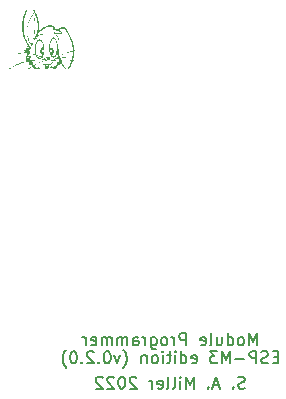
<source format=gbr>
%TF.GenerationSoftware,KiCad,Pcbnew,6.0.1+dfsg-1*%
%TF.CreationDate,2022-09-02T19:09:09-04:00*%
%TF.ProjectId,CH340-testing,43483334-302d-4746-9573-74696e672e6b,rev?*%
%TF.SameCoordinates,Original*%
%TF.FileFunction,Legend,Bot*%
%TF.FilePolarity,Positive*%
%FSLAX46Y46*%
G04 Gerber Fmt 4.6, Leading zero omitted, Abs format (unit mm)*
G04 Created by KiCad (PCBNEW 6.0.1+dfsg-1) date 2022-09-02 19:09:09*
%MOMM*%
%LPD*%
G01*
G04 APERTURE LIST*
%ADD10C,0.150000*%
G04 APERTURE END LIST*
D10*
X159119047Y-121772571D02*
X158785714Y-121772571D01*
X158642857Y-122296380D02*
X159119047Y-122296380D01*
X159119047Y-121296380D01*
X158642857Y-121296380D01*
X158261904Y-122248761D02*
X158119047Y-122296380D01*
X157880952Y-122296380D01*
X157785714Y-122248761D01*
X157738095Y-122201142D01*
X157690476Y-122105904D01*
X157690476Y-122010666D01*
X157738095Y-121915428D01*
X157785714Y-121867809D01*
X157880952Y-121820190D01*
X158071428Y-121772571D01*
X158166666Y-121724952D01*
X158214285Y-121677333D01*
X158261904Y-121582095D01*
X158261904Y-121486857D01*
X158214285Y-121391619D01*
X158166666Y-121344000D01*
X158071428Y-121296380D01*
X157833333Y-121296380D01*
X157690476Y-121344000D01*
X157261904Y-122296380D02*
X157261904Y-121296380D01*
X156880952Y-121296380D01*
X156785714Y-121344000D01*
X156738095Y-121391619D01*
X156690476Y-121486857D01*
X156690476Y-121629714D01*
X156738095Y-121724952D01*
X156785714Y-121772571D01*
X156880952Y-121820190D01*
X157261904Y-121820190D01*
X156261904Y-121915428D02*
X155500000Y-121915428D01*
X155023809Y-122296380D02*
X155023809Y-121296380D01*
X154690476Y-122010666D01*
X154357142Y-121296380D01*
X154357142Y-122296380D01*
X153976190Y-121296380D02*
X153357142Y-121296380D01*
X153690476Y-121677333D01*
X153547619Y-121677333D01*
X153452380Y-121724952D01*
X153404761Y-121772571D01*
X153357142Y-121867809D01*
X153357142Y-122105904D01*
X153404761Y-122201142D01*
X153452380Y-122248761D01*
X153547619Y-122296380D01*
X153833333Y-122296380D01*
X153928571Y-122248761D01*
X153976190Y-122201142D01*
X151785714Y-122248761D02*
X151880952Y-122296380D01*
X152071428Y-122296380D01*
X152166666Y-122248761D01*
X152214285Y-122153523D01*
X152214285Y-121772571D01*
X152166666Y-121677333D01*
X152071428Y-121629714D01*
X151880952Y-121629714D01*
X151785714Y-121677333D01*
X151738095Y-121772571D01*
X151738095Y-121867809D01*
X152214285Y-121963047D01*
X150880952Y-122296380D02*
X150880952Y-121296380D01*
X150880952Y-122248761D02*
X150976190Y-122296380D01*
X151166666Y-122296380D01*
X151261904Y-122248761D01*
X151309523Y-122201142D01*
X151357142Y-122105904D01*
X151357142Y-121820190D01*
X151309523Y-121724952D01*
X151261904Y-121677333D01*
X151166666Y-121629714D01*
X150976190Y-121629714D01*
X150880952Y-121677333D01*
X150404761Y-122296380D02*
X150404761Y-121629714D01*
X150404761Y-121296380D02*
X150452380Y-121344000D01*
X150404761Y-121391619D01*
X150357142Y-121344000D01*
X150404761Y-121296380D01*
X150404761Y-121391619D01*
X150071428Y-121629714D02*
X149690476Y-121629714D01*
X149928571Y-121296380D02*
X149928571Y-122153523D01*
X149880952Y-122248761D01*
X149785714Y-122296380D01*
X149690476Y-122296380D01*
X149357142Y-122296380D02*
X149357142Y-121629714D01*
X149357142Y-121296380D02*
X149404761Y-121344000D01*
X149357142Y-121391619D01*
X149309523Y-121344000D01*
X149357142Y-121296380D01*
X149357142Y-121391619D01*
X148738095Y-122296380D02*
X148833333Y-122248761D01*
X148880952Y-122201142D01*
X148928571Y-122105904D01*
X148928571Y-121820190D01*
X148880952Y-121724952D01*
X148833333Y-121677333D01*
X148738095Y-121629714D01*
X148595238Y-121629714D01*
X148500000Y-121677333D01*
X148452380Y-121724952D01*
X148404761Y-121820190D01*
X148404761Y-122105904D01*
X148452380Y-122201142D01*
X148500000Y-122248761D01*
X148595238Y-122296380D01*
X148738095Y-122296380D01*
X147976190Y-121629714D02*
X147976190Y-122296380D01*
X147976190Y-121724952D02*
X147928571Y-121677333D01*
X147833333Y-121629714D01*
X147690476Y-121629714D01*
X147595238Y-121677333D01*
X147547619Y-121772571D01*
X147547619Y-122296380D01*
X146023809Y-122677333D02*
X146071428Y-122629714D01*
X146166666Y-122486857D01*
X146214285Y-122391619D01*
X146261904Y-122248761D01*
X146309523Y-122010666D01*
X146309523Y-121820190D01*
X146261904Y-121582095D01*
X146214285Y-121439238D01*
X146166666Y-121344000D01*
X146071428Y-121201142D01*
X146023809Y-121153523D01*
X145738095Y-121629714D02*
X145500000Y-122296380D01*
X145261904Y-121629714D01*
X144690476Y-121296380D02*
X144595238Y-121296380D01*
X144500000Y-121344000D01*
X144452380Y-121391619D01*
X144404761Y-121486857D01*
X144357142Y-121677333D01*
X144357142Y-121915428D01*
X144404761Y-122105904D01*
X144452380Y-122201142D01*
X144500000Y-122248761D01*
X144595238Y-122296380D01*
X144690476Y-122296380D01*
X144785714Y-122248761D01*
X144833333Y-122201142D01*
X144880952Y-122105904D01*
X144928571Y-121915428D01*
X144928571Y-121677333D01*
X144880952Y-121486857D01*
X144833333Y-121391619D01*
X144785714Y-121344000D01*
X144690476Y-121296380D01*
X143928571Y-122201142D02*
X143880952Y-122248761D01*
X143928571Y-122296380D01*
X143976190Y-122248761D01*
X143928571Y-122201142D01*
X143928571Y-122296380D01*
X143500000Y-121391619D02*
X143452380Y-121344000D01*
X143357142Y-121296380D01*
X143119047Y-121296380D01*
X143023809Y-121344000D01*
X142976190Y-121391619D01*
X142928571Y-121486857D01*
X142928571Y-121582095D01*
X142976190Y-121724952D01*
X143547619Y-122296380D01*
X142928571Y-122296380D01*
X142500000Y-122201142D02*
X142452380Y-122248761D01*
X142500000Y-122296380D01*
X142547619Y-122248761D01*
X142500000Y-122201142D01*
X142500000Y-122296380D01*
X141833333Y-121296380D02*
X141738095Y-121296380D01*
X141642857Y-121344000D01*
X141595238Y-121391619D01*
X141547619Y-121486857D01*
X141500000Y-121677333D01*
X141500000Y-121915428D01*
X141547619Y-122105904D01*
X141595238Y-122201142D01*
X141642857Y-122248761D01*
X141738095Y-122296380D01*
X141833333Y-122296380D01*
X141928571Y-122248761D01*
X141976190Y-122201142D01*
X142023809Y-122105904D01*
X142071428Y-121915428D01*
X142071428Y-121677333D01*
X142023809Y-121486857D01*
X141976190Y-121391619D01*
X141928571Y-121344000D01*
X141833333Y-121296380D01*
X141166666Y-122677333D02*
X141119047Y-122629714D01*
X141023809Y-122486857D01*
X140976190Y-122391619D01*
X140928571Y-122248761D01*
X140880952Y-122010666D01*
X140880952Y-121820190D01*
X140928571Y-121582095D01*
X140976190Y-121439238D01*
X141023809Y-121344000D01*
X141119047Y-121201142D01*
X141166666Y-121153523D01*
X157309523Y-120772380D02*
X157309523Y-119772380D01*
X156976190Y-120486666D01*
X156642857Y-119772380D01*
X156642857Y-120772380D01*
X156023809Y-120772380D02*
X156119047Y-120724761D01*
X156166666Y-120677142D01*
X156214285Y-120581904D01*
X156214285Y-120296190D01*
X156166666Y-120200952D01*
X156119047Y-120153333D01*
X156023809Y-120105714D01*
X155880952Y-120105714D01*
X155785714Y-120153333D01*
X155738095Y-120200952D01*
X155690476Y-120296190D01*
X155690476Y-120581904D01*
X155738095Y-120677142D01*
X155785714Y-120724761D01*
X155880952Y-120772380D01*
X156023809Y-120772380D01*
X154833333Y-120772380D02*
X154833333Y-119772380D01*
X154833333Y-120724761D02*
X154928571Y-120772380D01*
X155119047Y-120772380D01*
X155214285Y-120724761D01*
X155261904Y-120677142D01*
X155309523Y-120581904D01*
X155309523Y-120296190D01*
X155261904Y-120200952D01*
X155214285Y-120153333D01*
X155119047Y-120105714D01*
X154928571Y-120105714D01*
X154833333Y-120153333D01*
X153928571Y-120105714D02*
X153928571Y-120772380D01*
X154357142Y-120105714D02*
X154357142Y-120629523D01*
X154309523Y-120724761D01*
X154214285Y-120772380D01*
X154071428Y-120772380D01*
X153976190Y-120724761D01*
X153928571Y-120677142D01*
X153309523Y-120772380D02*
X153404761Y-120724761D01*
X153452380Y-120629523D01*
X153452380Y-119772380D01*
X152547619Y-120724761D02*
X152642857Y-120772380D01*
X152833333Y-120772380D01*
X152928571Y-120724761D01*
X152976190Y-120629523D01*
X152976190Y-120248571D01*
X152928571Y-120153333D01*
X152833333Y-120105714D01*
X152642857Y-120105714D01*
X152547619Y-120153333D01*
X152500000Y-120248571D01*
X152500000Y-120343809D01*
X152976190Y-120439047D01*
X151309523Y-120772380D02*
X151309523Y-119772380D01*
X150928571Y-119772380D01*
X150833333Y-119820000D01*
X150785714Y-119867619D01*
X150738095Y-119962857D01*
X150738095Y-120105714D01*
X150785714Y-120200952D01*
X150833333Y-120248571D01*
X150928571Y-120296190D01*
X151309523Y-120296190D01*
X150309523Y-120772380D02*
X150309523Y-120105714D01*
X150309523Y-120296190D02*
X150261904Y-120200952D01*
X150214285Y-120153333D01*
X150119047Y-120105714D01*
X150023809Y-120105714D01*
X149547619Y-120772380D02*
X149642857Y-120724761D01*
X149690476Y-120677142D01*
X149738095Y-120581904D01*
X149738095Y-120296190D01*
X149690476Y-120200952D01*
X149642857Y-120153333D01*
X149547619Y-120105714D01*
X149404761Y-120105714D01*
X149309523Y-120153333D01*
X149261904Y-120200952D01*
X149214285Y-120296190D01*
X149214285Y-120581904D01*
X149261904Y-120677142D01*
X149309523Y-120724761D01*
X149404761Y-120772380D01*
X149547619Y-120772380D01*
X148357142Y-120105714D02*
X148357142Y-120915238D01*
X148404761Y-121010476D01*
X148452380Y-121058095D01*
X148547619Y-121105714D01*
X148690476Y-121105714D01*
X148785714Y-121058095D01*
X148357142Y-120724761D02*
X148452380Y-120772380D01*
X148642857Y-120772380D01*
X148738095Y-120724761D01*
X148785714Y-120677142D01*
X148833333Y-120581904D01*
X148833333Y-120296190D01*
X148785714Y-120200952D01*
X148738095Y-120153333D01*
X148642857Y-120105714D01*
X148452380Y-120105714D01*
X148357142Y-120153333D01*
X147880952Y-120772380D02*
X147880952Y-120105714D01*
X147880952Y-120296190D02*
X147833333Y-120200952D01*
X147785714Y-120153333D01*
X147690476Y-120105714D01*
X147595238Y-120105714D01*
X146833333Y-120772380D02*
X146833333Y-120248571D01*
X146880952Y-120153333D01*
X146976190Y-120105714D01*
X147166666Y-120105714D01*
X147261904Y-120153333D01*
X146833333Y-120724761D02*
X146928571Y-120772380D01*
X147166666Y-120772380D01*
X147261904Y-120724761D01*
X147309523Y-120629523D01*
X147309523Y-120534285D01*
X147261904Y-120439047D01*
X147166666Y-120391428D01*
X146928571Y-120391428D01*
X146833333Y-120343809D01*
X146357142Y-120772380D02*
X146357142Y-120105714D01*
X146357142Y-120200952D02*
X146309523Y-120153333D01*
X146214285Y-120105714D01*
X146071428Y-120105714D01*
X145976190Y-120153333D01*
X145928571Y-120248571D01*
X145928571Y-120772380D01*
X145928571Y-120248571D02*
X145880952Y-120153333D01*
X145785714Y-120105714D01*
X145642857Y-120105714D01*
X145547619Y-120153333D01*
X145500000Y-120248571D01*
X145500000Y-120772380D01*
X145023809Y-120772380D02*
X145023809Y-120105714D01*
X145023809Y-120200952D02*
X144976190Y-120153333D01*
X144880952Y-120105714D01*
X144738095Y-120105714D01*
X144642857Y-120153333D01*
X144595238Y-120248571D01*
X144595238Y-120772380D01*
X144595238Y-120248571D02*
X144547619Y-120153333D01*
X144452380Y-120105714D01*
X144309523Y-120105714D01*
X144214285Y-120153333D01*
X144166666Y-120248571D01*
X144166666Y-120772380D01*
X143309523Y-120724761D02*
X143404761Y-120772380D01*
X143595238Y-120772380D01*
X143690476Y-120724761D01*
X143738095Y-120629523D01*
X143738095Y-120248571D01*
X143690476Y-120153333D01*
X143595238Y-120105714D01*
X143404761Y-120105714D01*
X143309523Y-120153333D01*
X143261904Y-120248571D01*
X143261904Y-120343809D01*
X143738095Y-120439047D01*
X142833333Y-120772380D02*
X142833333Y-120105714D01*
X142833333Y-120296190D02*
X142785714Y-120200952D01*
X142738095Y-120153333D01*
X142642857Y-120105714D01*
X142547619Y-120105714D01*
X156309523Y-124404761D02*
X156166666Y-124452380D01*
X155928571Y-124452380D01*
X155833333Y-124404761D01*
X155785714Y-124357142D01*
X155738095Y-124261904D01*
X155738095Y-124166666D01*
X155785714Y-124071428D01*
X155833333Y-124023809D01*
X155928571Y-123976190D01*
X156119047Y-123928571D01*
X156214285Y-123880952D01*
X156261904Y-123833333D01*
X156309523Y-123738095D01*
X156309523Y-123642857D01*
X156261904Y-123547619D01*
X156214285Y-123500000D01*
X156119047Y-123452380D01*
X155880952Y-123452380D01*
X155738095Y-123500000D01*
X155309523Y-124357142D02*
X155261904Y-124404761D01*
X155309523Y-124452380D01*
X155357142Y-124404761D01*
X155309523Y-124357142D01*
X155309523Y-124452380D01*
X154119047Y-124166666D02*
X153642857Y-124166666D01*
X154214285Y-124452380D02*
X153880952Y-123452380D01*
X153547619Y-124452380D01*
X153214285Y-124357142D02*
X153166666Y-124404761D01*
X153214285Y-124452380D01*
X153261904Y-124404761D01*
X153214285Y-124357142D01*
X153214285Y-124452380D01*
X151976190Y-124452380D02*
X151976190Y-123452380D01*
X151642857Y-124166666D01*
X151309523Y-123452380D01*
X151309523Y-124452380D01*
X150833333Y-124452380D02*
X150833333Y-123785714D01*
X150833333Y-123452380D02*
X150880952Y-123500000D01*
X150833333Y-123547619D01*
X150785714Y-123500000D01*
X150833333Y-123452380D01*
X150833333Y-123547619D01*
X150214285Y-124452380D02*
X150309523Y-124404761D01*
X150357142Y-124309523D01*
X150357142Y-123452380D01*
X149690476Y-124452380D02*
X149785714Y-124404761D01*
X149833333Y-124309523D01*
X149833333Y-123452380D01*
X148928571Y-124404761D02*
X149023809Y-124452380D01*
X149214285Y-124452380D01*
X149309523Y-124404761D01*
X149357142Y-124309523D01*
X149357142Y-123928571D01*
X149309523Y-123833333D01*
X149214285Y-123785714D01*
X149023809Y-123785714D01*
X148928571Y-123833333D01*
X148880952Y-123928571D01*
X148880952Y-124023809D01*
X149357142Y-124119047D01*
X148452380Y-124452380D02*
X148452380Y-123785714D01*
X148452380Y-123976190D02*
X148404761Y-123880952D01*
X148357142Y-123833333D01*
X148261904Y-123785714D01*
X148166666Y-123785714D01*
X147119047Y-123547619D02*
X147071428Y-123500000D01*
X146976190Y-123452380D01*
X146738095Y-123452380D01*
X146642857Y-123500000D01*
X146595238Y-123547619D01*
X146547619Y-123642857D01*
X146547619Y-123738095D01*
X146595238Y-123880952D01*
X147166666Y-124452380D01*
X146547619Y-124452380D01*
X145928571Y-123452380D02*
X145833333Y-123452380D01*
X145738095Y-123500000D01*
X145690476Y-123547619D01*
X145642857Y-123642857D01*
X145595238Y-123833333D01*
X145595238Y-124071428D01*
X145642857Y-124261904D01*
X145690476Y-124357142D01*
X145738095Y-124404761D01*
X145833333Y-124452380D01*
X145928571Y-124452380D01*
X146023809Y-124404761D01*
X146071428Y-124357142D01*
X146119047Y-124261904D01*
X146166666Y-124071428D01*
X146166666Y-123833333D01*
X146119047Y-123642857D01*
X146071428Y-123547619D01*
X146023809Y-123500000D01*
X145928571Y-123452380D01*
X145214285Y-123547619D02*
X145166666Y-123500000D01*
X145071428Y-123452380D01*
X144833333Y-123452380D01*
X144738095Y-123500000D01*
X144690476Y-123547619D01*
X144642857Y-123642857D01*
X144642857Y-123738095D01*
X144690476Y-123880952D01*
X145261904Y-124452380D01*
X144642857Y-124452380D01*
X144261904Y-123547619D02*
X144214285Y-123500000D01*
X144119047Y-123452380D01*
X143880952Y-123452380D01*
X143785714Y-123500000D01*
X143738095Y-123547619D01*
X143690476Y-123642857D01*
X143690476Y-123738095D01*
X143738095Y-123880952D01*
X144309523Y-124452380D01*
X143690476Y-124452380D01*
%TO.C,G\u002A\u002A\u002A*%
G36*
X141840250Y-95998334D02*
G01*
X141838479Y-96028271D01*
X141834387Y-96086231D01*
X141829603Y-96143381D01*
X141824586Y-96194440D01*
X141819795Y-96234128D01*
X141815756Y-96263277D01*
X141811400Y-96295739D01*
X141808431Y-96319149D01*
X141807333Y-96329783D01*
X141808197Y-96330467D01*
X141821011Y-96332444D01*
X141847266Y-96334147D01*
X141884527Y-96335483D01*
X141930361Y-96336354D01*
X141982333Y-96336666D01*
X142157333Y-96336666D01*
X142157333Y-96378333D01*
X141976959Y-96378333D01*
X141918360Y-96378372D01*
X141874259Y-96378635D01*
X141842533Y-96379339D01*
X141821057Y-96380701D01*
X141807705Y-96382939D01*
X141800355Y-96386270D01*
X141796882Y-96390912D01*
X141796345Y-96392838D01*
X141795160Y-96397083D01*
X141791935Y-96411727D01*
X141785944Y-96439025D01*
X141778102Y-96474805D01*
X141769278Y-96515108D01*
X141760492Y-96554228D01*
X141751980Y-96590189D01*
X141744987Y-96617761D01*
X141740482Y-96632987D01*
X141739096Y-96636825D01*
X141738166Y-96644088D01*
X141742894Y-96649195D01*
X141756006Y-96653146D01*
X141780228Y-96656946D01*
X141818288Y-96661597D01*
X141824202Y-96662301D01*
X141867211Y-96667681D01*
X141919596Y-96674556D01*
X141969368Y-96681314D01*
X141975275Y-96682116D01*
X142028167Y-96689552D01*
X142153167Y-96707500D01*
X142155833Y-96730721D01*
X142156635Y-96742045D01*
X142152766Y-96750657D01*
X142139166Y-96749746D01*
X142116301Y-96745345D01*
X142080370Y-96739413D01*
X142036538Y-96732837D01*
X141987515Y-96725957D01*
X141936011Y-96719114D01*
X141884737Y-96712648D01*
X141836402Y-96706900D01*
X141793716Y-96702210D01*
X141759390Y-96698919D01*
X141736134Y-96697368D01*
X141726657Y-96697898D01*
X141726624Y-96697933D01*
X141722432Y-96707278D01*
X141714229Y-96729168D01*
X141703186Y-96760375D01*
X141690473Y-96797671D01*
X141684568Y-96815062D01*
X141648285Y-96913705D01*
X141608042Y-97010917D01*
X141565091Y-97104223D01*
X141520685Y-97191148D01*
X141476076Y-97269216D01*
X141432518Y-97335952D01*
X141391263Y-97388881D01*
X141363940Y-97420000D01*
X141109324Y-97420000D01*
X141048199Y-97348796D01*
X141031998Y-97329744D01*
X140951303Y-97228335D01*
X140878982Y-97125006D01*
X140811795Y-97014858D01*
X140746498Y-96892996D01*
X140701259Y-96803562D01*
X140696852Y-96880531D01*
X140694058Y-96917773D01*
X140687325Y-96964541D01*
X140676932Y-96999155D01*
X140661967Y-97024287D01*
X140641518Y-97042612D01*
X140637008Y-97045392D01*
X140604015Y-97057281D01*
X140563941Y-97062031D01*
X140523711Y-97059352D01*
X140490253Y-97048952D01*
X140487861Y-97047726D01*
X140472110Y-97040342D01*
X140465667Y-97038600D01*
X140465561Y-97039753D01*
X140461690Y-97054060D01*
X140453321Y-97079112D01*
X140441934Y-97110935D01*
X140429007Y-97145560D01*
X140416016Y-97179012D01*
X140404439Y-97207321D01*
X140395755Y-97226515D01*
X140378267Y-97255202D01*
X140350058Y-97288153D01*
X140319296Y-97312853D01*
X140289984Y-97325553D01*
X140280509Y-97328371D01*
X140267218Y-97341131D01*
X140267809Y-97362528D01*
X140282242Y-97392916D01*
X140298755Y-97420000D01*
X140232032Y-97420000D01*
X140210801Y-97419906D01*
X140185271Y-97418873D01*
X140170226Y-97415830D01*
X140161761Y-97409725D01*
X140155972Y-97399506D01*
X140153605Y-97394630D01*
X140144287Y-97384228D01*
X140131699Y-97387006D01*
X140130636Y-97387539D01*
X140111308Y-97392826D01*
X140086669Y-97395000D01*
X140070477Y-97393032D01*
X140043006Y-97380184D01*
X140023247Y-97358710D01*
X140015667Y-97332541D01*
X140011258Y-97311183D01*
X139997769Y-97287221D01*
X139979275Y-97268942D01*
X139959957Y-97261666D01*
X139952158Y-97263140D01*
X139931521Y-97273195D01*
X139909441Y-97289630D01*
X139901937Y-97296212D01*
X139866361Y-97322783D01*
X139837040Y-97335327D01*
X139812350Y-97334261D01*
X139790667Y-97320000D01*
X139776425Y-97299543D01*
X139775191Y-97277086D01*
X139788367Y-97251746D01*
X139816423Y-97221723D01*
X139823368Y-97215368D01*
X139859414Y-97185481D01*
X139890626Y-97166626D01*
X139921263Y-97156720D01*
X139955582Y-97153682D01*
X139955656Y-97153682D01*
X140006823Y-97160444D01*
X140050123Y-97181838D01*
X140086363Y-97218260D01*
X140099433Y-97235334D01*
X140109063Y-97244687D01*
X140115910Y-97243598D01*
X140123863Y-97233664D01*
X140134439Y-97215390D01*
X140144833Y-97191017D01*
X140148294Y-97182830D01*
X140166167Y-97162964D01*
X140190307Y-97154170D01*
X140216045Y-97156352D01*
X140238713Y-97169415D01*
X140253641Y-97193261D01*
X140262449Y-97220332D01*
X140279663Y-97201416D01*
X140283971Y-97196129D01*
X140300181Y-97168566D01*
X140317406Y-97129711D01*
X140334369Y-97083566D01*
X140349789Y-97034135D01*
X140362387Y-96985422D01*
X140370884Y-96941432D01*
X140374000Y-96906166D01*
X140374441Y-96895995D01*
X140383136Y-96864534D01*
X140401629Y-96844008D01*
X140428167Y-96836666D01*
X140436485Y-96837694D01*
X140457910Y-96847697D01*
X140475216Y-96864236D01*
X140482333Y-96882210D01*
X140483569Y-96887312D01*
X140492967Y-96904119D01*
X140508577Y-96924310D01*
X140518712Y-96935103D01*
X140537850Y-96949097D01*
X140556167Y-96951683D01*
X140562242Y-96950325D01*
X140574835Y-96940779D01*
X140583290Y-96921245D01*
X140587902Y-96890116D01*
X140588971Y-96845791D01*
X140586793Y-96786666D01*
X140585455Y-96761409D01*
X140583049Y-96718643D01*
X140579911Y-96689078D01*
X140574410Y-96670412D01*
X140565903Y-96661390D01*
X140776364Y-96661390D01*
X140792684Y-96713612D01*
X140794164Y-96718273D01*
X140820595Y-96787568D01*
X140857197Y-96864958D01*
X140902061Y-96947429D01*
X140953274Y-97031963D01*
X141008927Y-97115545D01*
X141067110Y-97195158D01*
X141125911Y-97267787D01*
X141183420Y-97330416D01*
X141190015Y-97336982D01*
X141212339Y-97358048D01*
X141229788Y-97372785D01*
X141239041Y-97378333D01*
X141244760Y-97376384D01*
X141261287Y-97363469D01*
X141283599Y-97340634D01*
X141309440Y-97310437D01*
X141336552Y-97275436D01*
X141362678Y-97238191D01*
X141415001Y-97152416D01*
X141474520Y-97037177D01*
X141531464Y-96907305D01*
X141585337Y-96763855D01*
X141614068Y-96681314D01*
X141496117Y-96670942D01*
X141481908Y-96669804D01*
X141440893Y-96667235D01*
X141389757Y-96664745D01*
X141330731Y-96662381D01*
X141266046Y-96660192D01*
X141197934Y-96658223D01*
X141128626Y-96656522D01*
X141060353Y-96655137D01*
X140995346Y-96654115D01*
X140935837Y-96653504D01*
X140884057Y-96653350D01*
X140842237Y-96653702D01*
X140812609Y-96654606D01*
X140797403Y-96656110D01*
X140776364Y-96661390D01*
X140565903Y-96661390D01*
X140564914Y-96660341D01*
X140549795Y-96656563D01*
X140527421Y-96656776D01*
X140496162Y-96658676D01*
X140472857Y-96660098D01*
X140411659Y-96664752D01*
X140338242Y-96671323D01*
X140255539Y-96679528D01*
X140166482Y-96689081D01*
X140074000Y-96699697D01*
X140053846Y-96702163D01*
X140006741Y-96708903D01*
X139971561Y-96715914D01*
X139944817Y-96723986D01*
X139923020Y-96733909D01*
X139894602Y-96746787D01*
X139867919Y-96751962D01*
X139850846Y-96745935D01*
X139844833Y-96728798D01*
X139846178Y-96720271D01*
X139852669Y-96710583D01*
X139866836Y-96699581D01*
X139891171Y-96685389D01*
X139928167Y-96666134D01*
X139960028Y-96649191D01*
X140092928Y-96649191D01*
X140097023Y-96651955D01*
X140115667Y-96651879D01*
X140121664Y-96651574D01*
X140147698Y-96649283D01*
X140182360Y-96645387D01*
X140219833Y-96640522D01*
X140242524Y-96637637D01*
X140290199Y-96632590D01*
X140342181Y-96628044D01*
X140390667Y-96624721D01*
X140423707Y-96622848D01*
X140472030Y-96619837D01*
X140507033Y-96616909D01*
X140530861Y-96613569D01*
X140545661Y-96609320D01*
X140553576Y-96603665D01*
X140556752Y-96596109D01*
X140557333Y-96586156D01*
X140560031Y-96568891D01*
X140566558Y-96561666D01*
X140570552Y-96560031D01*
X140571149Y-96549591D01*
X140570057Y-96542854D01*
X140577748Y-96541825D01*
X140588921Y-96541886D01*
X140596422Y-96530858D01*
X140594810Y-96511592D01*
X140588721Y-96502860D01*
X140575716Y-96495813D01*
X140563037Y-96495009D01*
X140557333Y-96502127D01*
X140556257Y-96503616D01*
X140543635Y-96509343D01*
X140519817Y-96516574D01*
X140488583Y-96524102D01*
X140477055Y-96526718D01*
X140439158Y-96536230D01*
X140392208Y-96548914D01*
X140341085Y-96563432D01*
X140290667Y-96578442D01*
X140263365Y-96586756D01*
X140220166Y-96599771D01*
X140183152Y-96610752D01*
X140155570Y-96618739D01*
X140140667Y-96622772D01*
X140125083Y-96628094D01*
X140103167Y-96640206D01*
X140101288Y-96641632D01*
X140092928Y-96649191D01*
X139960028Y-96649191D01*
X139967668Y-96645128D01*
X140015845Y-96617991D01*
X140065828Y-96588628D01*
X140111500Y-96560561D01*
X140128818Y-96549958D01*
X140215667Y-96549958D01*
X140216241Y-96551672D01*
X140222363Y-96552409D01*
X140237776Y-96548722D01*
X140265667Y-96539976D01*
X140274262Y-96537304D01*
X140301968Y-96529298D01*
X140340074Y-96518755D01*
X140384718Y-96506737D01*
X140432036Y-96494303D01*
X140460128Y-96486953D01*
X140476763Y-96482500D01*
X140691937Y-96482500D01*
X140710642Y-96530858D01*
X140716918Y-96547083D01*
X140741898Y-96611666D01*
X140976699Y-96612025D01*
X141029754Y-96612272D01*
X141101897Y-96613056D01*
X141173511Y-96614284D01*
X141240561Y-96615873D01*
X141299013Y-96617737D01*
X141344833Y-96619790D01*
X141363345Y-96620835D01*
X141416921Y-96624024D01*
X141469515Y-96627364D01*
X141515909Y-96630517D01*
X141550879Y-96633144D01*
X141586832Y-96635585D01*
X141609926Y-96635628D01*
X141622566Y-96632996D01*
X141627806Y-96627463D01*
X141628526Y-96625359D01*
X141633880Y-96606621D01*
X141641404Y-96577285D01*
X141650208Y-96541175D01*
X141659403Y-96502115D01*
X141668103Y-96463927D01*
X141675416Y-96430436D01*
X141680456Y-96405466D01*
X141682333Y-96392838D01*
X141682231Y-96390082D01*
X141678630Y-96382581D01*
X141666840Y-96380255D01*
X141642750Y-96381974D01*
X141622954Y-96383726D01*
X141588446Y-96386186D01*
X141546799Y-96388745D01*
X141503167Y-96391069D01*
X141430380Y-96395282D01*
X141348736Y-96401183D01*
X141261953Y-96408433D01*
X141172751Y-96416742D01*
X141083855Y-96425819D01*
X140997985Y-96435374D01*
X140917864Y-96445117D01*
X140846214Y-96454757D01*
X140833112Y-96456761D01*
X140785759Y-96464004D01*
X140739219Y-96472567D01*
X140691937Y-96482500D01*
X140476763Y-96482500D01*
X140500609Y-96476117D01*
X140533359Y-96467048D01*
X140555569Y-96460528D01*
X140564436Y-96457342D01*
X140564810Y-96456761D01*
X140564400Y-96445242D01*
X140559845Y-96425116D01*
X140552947Y-96402406D01*
X140545506Y-96383138D01*
X140539323Y-96373336D01*
X140538071Y-96373256D01*
X140525300Y-96377868D01*
X140501448Y-96389013D01*
X140469106Y-96405275D01*
X140430866Y-96425242D01*
X140389318Y-96447500D01*
X140347054Y-96470633D01*
X140306664Y-96493229D01*
X140270739Y-96513873D01*
X140241871Y-96531152D01*
X140222650Y-96543652D01*
X140215667Y-96549958D01*
X140128818Y-96549958D01*
X140248599Y-96476622D01*
X140446835Y-96365245D01*
X140467814Y-96353639D01*
X140497194Y-96335565D01*
X140513050Y-96323727D01*
X140647265Y-96323727D01*
X140647873Y-96337147D01*
X140652441Y-96354059D01*
X140659366Y-96376250D01*
X140661458Y-96383285D01*
X140670714Y-96412002D01*
X140680004Y-96428433D01*
X140693421Y-96434910D01*
X140715055Y-96433766D01*
X140749000Y-96427333D01*
X140749981Y-96427137D01*
X140795580Y-96419180D01*
X140854959Y-96410521D01*
X140925337Y-96401469D01*
X141003932Y-96392333D01*
X141087961Y-96383422D01*
X141174642Y-96375045D01*
X141261194Y-96367512D01*
X141344833Y-96361132D01*
X141351797Y-96360643D01*
X141416494Y-96356018D01*
X141478197Y-96351475D01*
X141534180Y-96347226D01*
X141581715Y-96343480D01*
X141618077Y-96340447D01*
X141640537Y-96338338D01*
X141694573Y-96332500D01*
X141704267Y-96274166D01*
X141706850Y-96256966D01*
X141712045Y-96214834D01*
X141717520Y-96162504D01*
X141722901Y-96104144D01*
X141727814Y-96043924D01*
X141731885Y-95986014D01*
X141734740Y-95934583D01*
X141735269Y-95910603D01*
X141733321Y-95886451D01*
X141728042Y-95878333D01*
X141723843Y-95879023D01*
X141705801Y-95883891D01*
X141678116Y-95892400D01*
X141644822Y-95903337D01*
X141627195Y-95909162D01*
X141596411Y-95918643D01*
X141573350Y-95924826D01*
X141562009Y-95926588D01*
X141553420Y-95927344D01*
X141536500Y-95933895D01*
X141533180Y-95935401D01*
X141514858Y-95942223D01*
X141484208Y-95952761D01*
X141443794Y-95966159D01*
X141396178Y-95981563D01*
X141343925Y-95998117D01*
X141295278Y-96013780D01*
X141126108Y-96075070D01*
X140959518Y-96146576D01*
X140790238Y-96230511D01*
X140759740Y-96246524D01*
X140716498Y-96269263D01*
X140685233Y-96286568D01*
X140664341Y-96300223D01*
X140652220Y-96312014D01*
X140647265Y-96323727D01*
X140513050Y-96323727D01*
X140516747Y-96320967D01*
X140523853Y-96311666D01*
X140523852Y-96311557D01*
X140521854Y-96298659D01*
X140516549Y-96273305D01*
X140508732Y-96239112D01*
X140499201Y-96199697D01*
X140490624Y-96163492D01*
X140478017Y-96105903D01*
X140465909Y-96046293D01*
X140456042Y-95992990D01*
X140437550Y-95885752D01*
X140418448Y-95971626D01*
X140409604Y-96009049D01*
X140381537Y-96105277D01*
X140348478Y-96190834D01*
X140311081Y-96264539D01*
X140270003Y-96325210D01*
X140225898Y-96371666D01*
X140179421Y-96402726D01*
X140151368Y-96412664D01*
X140106156Y-96419444D01*
X140059999Y-96418081D01*
X140020486Y-96408309D01*
X140019484Y-96407887D01*
X139972842Y-96379561D01*
X139928541Y-96335936D01*
X139887168Y-96278260D01*
X139849314Y-96207785D01*
X139815565Y-96125758D01*
X139786511Y-96033429D01*
X139762739Y-95932049D01*
X139748861Y-95847405D01*
X139828173Y-95847405D01*
X139829283Y-95869885D01*
X139834226Y-95903252D01*
X139842546Y-95944930D01*
X139853787Y-95992343D01*
X139867490Y-96042916D01*
X139869146Y-96048572D01*
X139878130Y-96076371D01*
X139885864Y-96095936D01*
X139890827Y-96103333D01*
X139905565Y-96097357D01*
X139924357Y-96079258D01*
X139942759Y-96052819D01*
X139957614Y-96021893D01*
X139966413Y-95992161D01*
X139972801Y-95947823D01*
X139973016Y-95902645D01*
X139967562Y-95860047D01*
X139956943Y-95823450D01*
X139941664Y-95796273D01*
X139922229Y-95781937D01*
X139908497Y-95782505D01*
X139887259Y-95789841D01*
X139865125Y-95801350D01*
X139847719Y-95814062D01*
X139840667Y-95825006D01*
X139840154Y-95828511D01*
X139831231Y-95838423D01*
X139828173Y-95847405D01*
X139748861Y-95847405D01*
X139744838Y-95822867D01*
X139744132Y-95817318D01*
X139738390Y-95755600D01*
X139734595Y-95682472D01*
X139734192Y-95665049D01*
X139807333Y-95665049D01*
X139840027Y-95633124D01*
X139841003Y-95632173D01*
X139859922Y-95615188D01*
X139876851Y-95605382D01*
X139898008Y-95600274D01*
X139929611Y-95597384D01*
X139934885Y-95597037D01*
X139964345Y-95595923D01*
X139984284Y-95598210D01*
X140000884Y-95605360D01*
X140020328Y-95618836D01*
X140025513Y-95622947D01*
X140054079Y-95653485D01*
X140078474Y-95692170D01*
X140085685Y-95706894D01*
X140093604Y-95726195D01*
X140098899Y-95746169D01*
X140102266Y-95770813D01*
X140104402Y-95804126D01*
X140106004Y-95850107D01*
X140106105Y-95853611D01*
X140107040Y-95900759D01*
X140107011Y-95902645D01*
X140106494Y-95935693D01*
X140104112Y-95962566D01*
X140099538Y-95985530D01*
X140092416Y-96008738D01*
X140085308Y-96029989D01*
X140074259Y-96065038D01*
X140065838Y-96094092D01*
X140059135Y-96115101D01*
X140029996Y-96170479D01*
X139987028Y-96218419D01*
X139956412Y-96245299D01*
X139974635Y-96270890D01*
X139980296Y-96278108D01*
X140001847Y-96300351D01*
X140026346Y-96320741D01*
X140036746Y-96327664D01*
X140076397Y-96343296D01*
X140116340Y-96342568D01*
X140155990Y-96325699D01*
X140194760Y-96292905D01*
X140232065Y-96244404D01*
X140242266Y-96227997D01*
X140284129Y-96145218D01*
X140319450Y-96047985D01*
X140347967Y-95937125D01*
X140369416Y-95813463D01*
X140373262Y-95780616D01*
X140378512Y-95710205D01*
X140381414Y-95630875D01*
X140381968Y-95547532D01*
X140380173Y-95465085D01*
X140376028Y-95388442D01*
X140369531Y-95322510D01*
X140353533Y-95223040D01*
X140332433Y-95130036D01*
X140306959Y-95045749D01*
X140277692Y-94971315D01*
X140245214Y-94907869D01*
X140210107Y-94856545D01*
X140172954Y-94818480D01*
X140134335Y-94794809D01*
X140094833Y-94786666D01*
X140082181Y-94787480D01*
X140042595Y-94800552D01*
X140004468Y-94828588D01*
X139968287Y-94870307D01*
X139934540Y-94924427D01*
X139903712Y-94989670D01*
X139876292Y-95064753D01*
X139852765Y-95148395D01*
X139833619Y-95239317D01*
X139819341Y-95336238D01*
X139810416Y-95437876D01*
X139807333Y-95542951D01*
X139807333Y-95665049D01*
X139734192Y-95665049D01*
X139732748Y-95602594D01*
X139732849Y-95520628D01*
X139734898Y-95441233D01*
X139738894Y-95369070D01*
X139744838Y-95308798D01*
X139745150Y-95306430D01*
X139763180Y-95197399D01*
X139787069Y-95096196D01*
X139816229Y-95004072D01*
X139850070Y-94922275D01*
X139888005Y-94852056D01*
X139929444Y-94794663D01*
X139973801Y-94751347D01*
X140020486Y-94723356D01*
X140048363Y-94715383D01*
X140093474Y-94711776D01*
X140139689Y-94716384D01*
X140179421Y-94728940D01*
X140220744Y-94755831D01*
X140264687Y-94800414D01*
X140305834Y-94859222D01*
X140343539Y-94931007D01*
X140377155Y-95014522D01*
X140406037Y-95108520D01*
X140429538Y-95211754D01*
X140436931Y-95247243D01*
X140443671Y-95270903D01*
X140450338Y-95283165D01*
X140457929Y-95286666D01*
X140458170Y-95286667D01*
X140470858Y-95289097D01*
X140480492Y-95297659D01*
X140487675Y-95314459D01*
X140493011Y-95341605D01*
X140497105Y-95381203D01*
X140500561Y-95435361D01*
X140502768Y-95472344D01*
X140508866Y-95547532D01*
X140512344Y-95590406D01*
X140525777Y-95713991D01*
X140542436Y-95838664D01*
X140561693Y-95959990D01*
X140582918Y-96073535D01*
X140605482Y-96174862D01*
X140628167Y-96267225D01*
X140749000Y-96202162D01*
X140773159Y-96189254D01*
X140870513Y-96139489D01*
X140966431Y-96094451D01*
X141064493Y-96052673D01*
X141168278Y-96012688D01*
X141281365Y-95973028D01*
X141407333Y-95932224D01*
X141437025Y-95922918D01*
X141499624Y-95903282D01*
X141557678Y-95885053D01*
X141608915Y-95868944D01*
X141651062Y-95855670D01*
X141681848Y-95845946D01*
X141699000Y-95840486D01*
X141736500Y-95828392D01*
X141734153Y-95747112D01*
X141731576Y-95691690D01*
X141724126Y-95600007D01*
X141712965Y-95502202D01*
X141698792Y-95404134D01*
X141682304Y-95311666D01*
X141650524Y-95173065D01*
X141591897Y-94980483D01*
X141517365Y-94791733D01*
X141427256Y-94607532D01*
X141321894Y-94428596D01*
X141201607Y-94255641D01*
X141172712Y-94216830D01*
X141151183Y-94186532D01*
X141137045Y-94164102D01*
X141128800Y-94146870D01*
X141124951Y-94132169D01*
X141124000Y-94117330D01*
X141123594Y-94105646D01*
X141119319Y-94085755D01*
X141108179Y-94065919D01*
X141087478Y-94040463D01*
X141046059Y-94000511D01*
X140992301Y-93967409D01*
X140933141Y-93949849D01*
X140868007Y-93947673D01*
X140796330Y-93960725D01*
X140749552Y-93976175D01*
X140690157Y-94000930D01*
X140628879Y-94031006D01*
X140571584Y-94063712D01*
X140540001Y-94083323D01*
X140588251Y-94102715D01*
X140610467Y-94111968D01*
X140671769Y-94141014D01*
X140726613Y-94172130D01*
X140772588Y-94203717D01*
X140807286Y-94234179D01*
X140828296Y-94261916D01*
X140839764Y-94298309D01*
X140836733Y-94335371D01*
X140819336Y-94368935D01*
X140788746Y-94396795D01*
X140746133Y-94416744D01*
X140732546Y-94420250D01*
X140694829Y-94426272D01*
X140646090Y-94430894D01*
X140590060Y-94433998D01*
X140530471Y-94435465D01*
X140471051Y-94435175D01*
X140415533Y-94433009D01*
X140367647Y-94428847D01*
X140354787Y-94427182D01*
X140306470Y-94419428D01*
X140256170Y-94409414D01*
X140207583Y-94398053D01*
X140164409Y-94386259D01*
X140130345Y-94374943D01*
X140109090Y-94365020D01*
X140098730Y-94356449D01*
X140092376Y-94341869D01*
X140092295Y-94317621D01*
X140098134Y-94290014D01*
X140112882Y-94272701D01*
X140137481Y-94268018D01*
X140173063Y-94275375D01*
X140209282Y-94286416D01*
X140266921Y-94301388D01*
X140323133Y-94311993D01*
X140382414Y-94318845D01*
X140449260Y-94322555D01*
X140528167Y-94323736D01*
X140561883Y-94323630D01*
X140616237Y-94322684D01*
X140659859Y-94320848D01*
X140690773Y-94318219D01*
X140707005Y-94314895D01*
X140712464Y-94312408D01*
X140719315Y-94307494D01*
X140717419Y-94301305D01*
X140705048Y-94291216D01*
X140680474Y-94274603D01*
X140671961Y-94269112D01*
X140619726Y-94240084D01*
X140551400Y-94208472D01*
X140466896Y-94174239D01*
X140366125Y-94137350D01*
X140249000Y-94097767D01*
X140208450Y-94084415D01*
X140157229Y-94067224D01*
X140112654Y-94051892D01*
X140077030Y-94039228D01*
X140052663Y-94030041D01*
X140041859Y-94025138D01*
X140038979Y-94022198D01*
X140033779Y-94005231D01*
X140034539Y-93974975D01*
X140037224Y-93955532D01*
X140045342Y-93932605D01*
X140060430Y-93916005D01*
X140069812Y-93907960D01*
X140080521Y-93892573D01*
X140077081Y-93877203D01*
X140059417Y-93857560D01*
X140053102Y-93852097D01*
X140014327Y-93829629D01*
X139962430Y-93813082D01*
X139899635Y-93803011D01*
X139828167Y-93799968D01*
X139729865Y-93807371D01*
X139617935Y-93830316D01*
X139502274Y-93868415D01*
X139383612Y-93921297D01*
X139262678Y-93988594D01*
X139140199Y-94069938D01*
X139016906Y-94164958D01*
X138893527Y-94273285D01*
X138869446Y-94295325D01*
X138844977Y-94316745D01*
X138827066Y-94331299D01*
X138818462Y-94336666D01*
X138814425Y-94341602D01*
X138805938Y-94359500D01*
X138794853Y-94387407D01*
X138782532Y-94422083D01*
X138780807Y-94427130D01*
X138757150Y-94488834D01*
X138726427Y-94558941D01*
X138691006Y-94632698D01*
X138653255Y-94705351D01*
X138615540Y-94772147D01*
X138580229Y-94828333D01*
X138569124Y-94844691D01*
X138548705Y-94873745D01*
X138533698Y-94892346D01*
X138521550Y-94902964D01*
X138509705Y-94908066D01*
X138495610Y-94910121D01*
X138466726Y-94909066D01*
X138446866Y-94898626D01*
X138439705Y-94878237D01*
X138445239Y-94847686D01*
X138463469Y-94806760D01*
X138494392Y-94755244D01*
X138561386Y-94643812D01*
X138634688Y-94493338D01*
X138693397Y-94335283D01*
X138737267Y-94170331D01*
X138766053Y-93999166D01*
X138767068Y-93990163D01*
X138770895Y-93940190D01*
X138773387Y-93879038D01*
X138774547Y-93811166D01*
X138774375Y-93741034D01*
X138772874Y-93673101D01*
X138770046Y-93611825D01*
X138765891Y-93561666D01*
X138765138Y-93555005D01*
X138734374Y-93355721D01*
X138687660Y-93154613D01*
X138625396Y-92952980D01*
X138547980Y-92752120D01*
X138455813Y-92553333D01*
X138437993Y-92517884D01*
X138419129Y-92480166D01*
X138404152Y-92449999D01*
X138394273Y-92429824D01*
X138390702Y-92422083D01*
X138390977Y-92421886D01*
X138401238Y-92420928D01*
X138423347Y-92420254D01*
X138453238Y-92420000D01*
X138515809Y-92420000D01*
X138569244Y-92530416D01*
X138630622Y-92663392D01*
X138710114Y-92860340D01*
X138774770Y-93055374D01*
X138825205Y-93250421D01*
X138862034Y-93447407D01*
X138866366Y-93478534D01*
X138874974Y-93563288D01*
X138880587Y-93655931D01*
X138883197Y-93752415D01*
X138882794Y-93848696D01*
X138879370Y-93940728D01*
X138872916Y-94024466D01*
X138863424Y-94095863D01*
X138852498Y-94159226D01*
X138911166Y-94108223D01*
X138955061Y-94070978D01*
X139092598Y-93965876D01*
X139231929Y-93876714D01*
X139372719Y-93803669D01*
X139514633Y-93746925D01*
X139657333Y-93706660D01*
X139679401Y-93702413D01*
X139731401Y-93695971D01*
X139789652Y-93692371D01*
X139849619Y-93691614D01*
X139906769Y-93693705D01*
X139956566Y-93698645D01*
X139994478Y-93706439D01*
X140044908Y-93724745D01*
X140097456Y-93751513D01*
X140140200Y-93782246D01*
X140170864Y-93815260D01*
X140187172Y-93848875D01*
X140188789Y-93858275D01*
X140189452Y-93887912D01*
X140186176Y-93919971D01*
X140179695Y-93945000D01*
X140179346Y-93946087D01*
X140181726Y-93952155D01*
X140192596Y-93959363D01*
X140213846Y-93968548D01*
X140247366Y-93980550D01*
X140295045Y-93996207D01*
X140415731Y-94034915D01*
X140483888Y-93989296D01*
X140541253Y-93952907D01*
X140634938Y-93902873D01*
X140729977Y-93864270D01*
X140749375Y-93857813D01*
X140779416Y-93849597D01*
X140809229Y-93844645D01*
X140844438Y-93842154D01*
X140890667Y-93841321D01*
X140913996Y-93841253D01*
X140949540Y-93841795D01*
X140975570Y-93843918D01*
X140996822Y-93848448D01*
X141018031Y-93856211D01*
X141043929Y-93868030D01*
X141056399Y-93874224D01*
X141105338Y-93905517D01*
X141152262Y-93948259D01*
X141155837Y-93952071D01*
X141177836Y-93978298D01*
X141203044Y-94011927D01*
X141229568Y-94050000D01*
X141255515Y-94089559D01*
X141278991Y-94127648D01*
X141298104Y-94161308D01*
X141310961Y-94187583D01*
X141315667Y-94203514D01*
X141316656Y-94207402D01*
X141324935Y-94224512D01*
X141340256Y-94251241D01*
X141360973Y-94284784D01*
X141385439Y-94322334D01*
X141438500Y-94404595D01*
X141533564Y-94569844D01*
X141615858Y-94740013D01*
X141687860Y-94920000D01*
X141722998Y-95025984D01*
X141755914Y-95144352D01*
X141784481Y-95267404D01*
X141807968Y-95391277D01*
X141825648Y-95512111D01*
X141836791Y-95626045D01*
X141840667Y-95729216D01*
X141840766Y-95745171D01*
X141841572Y-95774990D01*
X141843013Y-95795624D01*
X141844878Y-95803333D01*
X141846325Y-95803141D01*
X141860378Y-95800499D01*
X141886651Y-95795237D01*
X141922087Y-95787973D01*
X141963628Y-95779325D01*
X141972056Y-95777566D01*
X142017476Y-95768303D01*
X142059840Y-95759995D01*
X142094736Y-95753494D01*
X142117750Y-95749648D01*
X142135185Y-95747336D01*
X142150370Y-95747189D01*
X142156313Y-95752502D01*
X142157333Y-95764945D01*
X142155810Y-95776951D01*
X142146964Y-95785961D01*
X142126084Y-95791458D01*
X142114741Y-95793506D01*
X142079569Y-95800135D01*
X142038755Y-95808120D01*
X141995440Y-95816813D01*
X141952768Y-95825565D01*
X141913883Y-95833726D01*
X141881927Y-95840648D01*
X141860044Y-95845682D01*
X141851377Y-95848178D01*
X141850158Y-95855128D01*
X141848157Y-95876344D01*
X141845703Y-95909102D01*
X141845605Y-95910603D01*
X141843000Y-95950674D01*
X141840250Y-95998334D01*
G37*
G36*
X138101930Y-95727608D02*
G01*
X138081108Y-95760642D01*
X138057088Y-95788559D01*
X138029875Y-95813284D01*
X138024670Y-95818013D01*
X138016865Y-95824535D01*
X137986254Y-95848846D01*
X137957398Y-95870067D01*
X137935653Y-95884214D01*
X137903167Y-95902595D01*
X137996917Y-95902964D01*
X138038112Y-95903442D01*
X138066889Y-95904862D01*
X138085750Y-95907744D01*
X138098097Y-95912615D01*
X138107333Y-95920000D01*
X138120370Y-95938241D01*
X138122886Y-95961331D01*
X138111313Y-95988122D01*
X138101168Y-96000714D01*
X138085240Y-96020485D01*
X138084584Y-96021187D01*
X138065840Y-96042212D01*
X138053365Y-96058033D01*
X138049829Y-96065273D01*
X138053883Y-96066559D01*
X138071927Y-96070377D01*
X138101757Y-96075949D01*
X138140531Y-96082752D01*
X138185407Y-96090261D01*
X138214163Y-96095059D01*
X138256407Y-96102473D01*
X138291171Y-96109024D01*
X138315460Y-96114138D01*
X138326278Y-96117241D01*
X138327315Y-96117801D01*
X138342512Y-96122189D01*
X138364877Y-96125621D01*
X138370518Y-96126291D01*
X138398095Y-96131010D01*
X138433141Y-96138471D01*
X138471689Y-96147657D01*
X138509774Y-96157550D01*
X138543432Y-96167130D01*
X138568698Y-96175380D01*
X138581605Y-96181281D01*
X138587770Y-96185290D01*
X138589499Y-96182500D01*
X138581764Y-96165606D01*
X138567162Y-96130883D01*
X138555715Y-96097638D01*
X138545500Y-96059893D01*
X138534596Y-96011666D01*
X138533783Y-96007810D01*
X138523246Y-95943579D01*
X138515304Y-95867709D01*
X138510086Y-95784739D01*
X138507725Y-95699203D01*
X138507725Y-95699166D01*
X138586791Y-95699166D01*
X138586995Y-95743553D01*
X138588288Y-95815161D01*
X138591176Y-95875460D01*
X138596141Y-95927920D01*
X138603664Y-95976010D01*
X138614227Y-96023201D01*
X138628310Y-96072963D01*
X138646397Y-96128764D01*
X138647976Y-96133442D01*
X138659020Y-96165082D01*
X138667775Y-96184926D01*
X138676944Y-96196551D01*
X138689229Y-96203536D01*
X138707333Y-96209460D01*
X138712016Y-96210886D01*
X138737412Y-96218860D01*
X138773378Y-96230375D01*
X138815811Y-96244111D01*
X138860612Y-96258750D01*
X138869976Y-96261845D01*
X138916931Y-96277894D01*
X138962267Y-96294162D01*
X139001225Y-96308910D01*
X139029044Y-96320393D01*
X139081698Y-96344017D01*
X139115307Y-96301806D01*
X139130448Y-96280714D01*
X139147583Y-96251305D01*
X139157753Y-96226776D01*
X139159389Y-96220778D01*
X139166135Y-96197460D01*
X139171187Y-96181978D01*
X139170920Y-96175051D01*
X139160404Y-96171092D01*
X139136292Y-96170000D01*
X139134016Y-96169994D01*
X139108020Y-96167867D01*
X139089288Y-96159405D01*
X139069405Y-96140950D01*
X139043806Y-96108976D01*
X139018615Y-96062116D01*
X138999466Y-96004524D01*
X138985244Y-95933454D01*
X138982997Y-95918011D01*
X138977386Y-95847722D01*
X139099167Y-95847722D01*
X139100218Y-95876123D01*
X139104335Y-95918269D01*
X139110829Y-95960408D01*
X139118909Y-95998381D01*
X139127785Y-96028026D01*
X139136667Y-96045184D01*
X139155532Y-96058674D01*
X139179642Y-96059986D01*
X139204619Y-96046816D01*
X139228831Y-96020087D01*
X139250645Y-95980722D01*
X139250851Y-95980255D01*
X139259477Y-95957754D01*
X139263877Y-95936074D01*
X139264681Y-95909441D01*
X139262520Y-95872079D01*
X139259811Y-95843934D01*
X139251053Y-95795309D01*
X139237792Y-95761857D01*
X139219463Y-95742837D01*
X139195500Y-95737510D01*
X139165336Y-95745136D01*
X139160490Y-95747255D01*
X139126626Y-95771067D01*
X139106022Y-95804809D01*
X139099167Y-95847722D01*
X138977386Y-95847722D01*
X138976308Y-95834225D01*
X138980964Y-95761647D01*
X138997229Y-95699177D01*
X139025368Y-95645720D01*
X139065645Y-95600177D01*
X139105380Y-95573825D01*
X139148529Y-95562687D01*
X139192268Y-95567367D01*
X139234253Y-95588033D01*
X139259770Y-95606203D01*
X139253848Y-95544351D01*
X139249897Y-95508998D01*
X139233795Y-95412585D01*
X139210730Y-95317896D01*
X139182012Y-95229818D01*
X139148954Y-95153241D01*
X139117752Y-95097366D01*
X139074782Y-95038133D01*
X139029532Y-94994343D01*
X138982442Y-94966243D01*
X138933951Y-94954075D01*
X138884500Y-94958085D01*
X138834527Y-94978517D01*
X138829673Y-94981387D01*
X138781761Y-95019569D01*
X138737269Y-95073304D01*
X138696597Y-95141818D01*
X138660144Y-95224342D01*
X138628310Y-95320104D01*
X138601494Y-95428333D01*
X138599919Y-95436015D01*
X138595185Y-95463691D01*
X138591671Y-95494136D01*
X138589226Y-95530127D01*
X138587698Y-95574444D01*
X138586937Y-95629864D01*
X138586791Y-95699166D01*
X138507725Y-95699166D01*
X138508349Y-95615639D01*
X138512090Y-95538582D01*
X138519079Y-95472570D01*
X138520077Y-95465850D01*
X138543567Y-95341554D01*
X138574706Y-95231228D01*
X138613893Y-95133879D01*
X138661522Y-95048513D01*
X138717992Y-94974137D01*
X138726810Y-94964522D01*
X138778726Y-94920877D01*
X138835505Y-94892238D01*
X138895128Y-94878605D01*
X138955575Y-94879979D01*
X139014828Y-94896359D01*
X139070868Y-94927745D01*
X139121675Y-94974137D01*
X139139646Y-94995462D01*
X139198223Y-95081092D01*
X139246311Y-95179435D01*
X139283838Y-95290243D01*
X139310732Y-95413270D01*
X139326921Y-95548271D01*
X139329058Y-95606203D01*
X139332333Y-95695000D01*
X139332218Y-95717077D01*
X139325259Y-95861387D01*
X139318881Y-95909441D01*
X139307612Y-95994340D01*
X139279376Y-96115498D01*
X139240649Y-96224423D01*
X139191530Y-96320678D01*
X139159188Y-96374166D01*
X139174142Y-96382035D01*
X139216368Y-96404255D01*
X139216894Y-96404532D01*
X139249698Y-96422929D01*
X139280927Y-96442273D01*
X139303887Y-96458422D01*
X139312229Y-96464966D01*
X139332991Y-96480659D01*
X139347523Y-96490833D01*
X139371544Y-96506181D01*
X139433756Y-96549649D01*
X139471147Y-96580309D01*
X139487176Y-96593453D01*
X139495684Y-96601083D01*
X139516169Y-96620743D01*
X139527147Y-96635391D01*
X139527980Y-96638273D01*
X139531176Y-96649331D01*
X139530812Y-96666865D01*
X139526980Y-96685015D01*
X139515889Y-96700653D01*
X139500980Y-96703109D01*
X139485396Y-96690731D01*
X139481298Y-96686121D01*
X139474282Y-96682959D01*
X139462671Y-96683294D01*
X139443673Y-96687602D01*
X139414495Y-96696360D01*
X139372345Y-96710046D01*
X139333526Y-96722618D01*
X139281608Y-96738973D01*
X139231690Y-96754264D01*
X139190667Y-96766353D01*
X139166594Y-96773380D01*
X139108369Y-96791889D01*
X139049415Y-96813045D01*
X138986267Y-96838201D01*
X138915461Y-96868711D01*
X138833533Y-96905929D01*
X138809709Y-96917123D01*
X138761045Y-96940803D01*
X138708764Y-96967113D01*
X138654926Y-96994933D01*
X138601588Y-97023143D01*
X138550808Y-97050622D01*
X138504646Y-97076251D01*
X138465159Y-97098910D01*
X138434406Y-97117477D01*
X138414445Y-97130834D01*
X138407333Y-97137861D01*
X138407736Y-97141729D01*
X138415316Y-97161997D01*
X138429860Y-97187405D01*
X138447893Y-97212406D01*
X138465941Y-97231451D01*
X138480804Y-97243082D01*
X138496934Y-97252217D01*
X138503524Y-97250334D01*
X138499293Y-97237214D01*
X138496890Y-97232213D01*
X138492138Y-97204272D01*
X138500063Y-97178892D01*
X138518305Y-97160453D01*
X138544502Y-97153333D01*
X138548312Y-97153678D01*
X138569819Y-97163400D01*
X138596060Y-97184496D01*
X138624410Y-97214273D01*
X138652240Y-97250036D01*
X138676922Y-97289092D01*
X138708533Y-97345685D01*
X138726683Y-97319025D01*
X138745712Y-97294598D01*
X138771707Y-97273524D01*
X138804218Y-97261286D01*
X138848108Y-97255331D01*
X138907073Y-97251112D01*
X138940537Y-97284575D01*
X138954303Y-97299728D01*
X138971227Y-97328729D01*
X138972194Y-97354688D01*
X138957333Y-97378333D01*
X138935677Y-97391979D01*
X138907969Y-97392511D01*
X138878701Y-97377264D01*
X138868303Y-97369746D01*
X138852665Y-97364188D01*
X138835788Y-97368808D01*
X138820645Y-97379521D01*
X138805873Y-97399043D01*
X138800956Y-97408155D01*
X138791789Y-97415894D01*
X138775634Y-97419263D01*
X138747663Y-97420000D01*
X138719095Y-97418795D01*
X138697369Y-97413689D01*
X138682333Y-97403333D01*
X138670926Y-97390654D01*
X138665667Y-97382000D01*
X138663471Y-97377237D01*
X138653638Y-97362089D01*
X138638583Y-97341225D01*
X138628425Y-97327599D01*
X138611935Y-97305143D01*
X138600871Y-97289642D01*
X138597159Y-97284813D01*
X138593459Y-97284341D01*
X138592929Y-97295879D01*
X138595169Y-97321671D01*
X138600097Y-97369176D01*
X138547465Y-97371671D01*
X138515935Y-97371159D01*
X138458513Y-97358550D01*
X138407909Y-97331132D01*
X138365193Y-97289583D01*
X138331434Y-97234583D01*
X138323893Y-97219580D01*
X138313231Y-97201894D01*
X138306355Y-97195000D01*
X138305513Y-97195078D01*
X138291603Y-97200830D01*
X138265694Y-97215042D01*
X138229287Y-97236794D01*
X138183886Y-97265169D01*
X138130995Y-97299248D01*
X138072116Y-97338113D01*
X138068961Y-97340217D01*
X138023919Y-97369908D01*
X137989903Y-97391341D01*
X137964468Y-97405792D01*
X137945172Y-97414535D01*
X137929573Y-97418846D01*
X137915227Y-97420000D01*
X137881055Y-97420000D01*
X137904611Y-97400324D01*
X137917002Y-97390871D01*
X137942681Y-97372664D01*
X137977463Y-97348772D01*
X138018630Y-97320993D01*
X138063469Y-97291122D01*
X138109264Y-97260957D01*
X138153298Y-97232295D01*
X138192858Y-97206933D01*
X138225226Y-97186668D01*
X138247689Y-97173296D01*
X138266471Y-97161664D01*
X138282417Y-97148986D01*
X138287215Y-97140833D01*
X138285536Y-97135363D01*
X138280468Y-97115862D01*
X138273303Y-97086514D01*
X138265014Y-97051250D01*
X138259311Y-97027806D01*
X138251052Y-96997996D01*
X138244088Y-96977575D01*
X138239503Y-96970000D01*
X138238771Y-96970124D01*
X138230215Y-96978333D01*
X138219604Y-96995443D01*
X138196842Y-97028995D01*
X138168638Y-97049161D01*
X138136291Y-97053213D01*
X138099692Y-97041191D01*
X138093149Y-97037160D01*
X138078123Y-97021328D01*
X138065137Y-96996143D01*
X138053557Y-96959778D01*
X138042752Y-96910406D01*
X138032087Y-96846202D01*
X138031498Y-96842279D01*
X138025491Y-96803461D01*
X138020221Y-96771474D01*
X138016238Y-96749540D01*
X138014091Y-96740880D01*
X138014021Y-96740833D01*
X138004399Y-96741890D01*
X137980971Y-96746679D01*
X137945935Y-96754644D01*
X137901488Y-96765225D01*
X137849828Y-96777867D01*
X137793155Y-96792012D01*
X137733664Y-96807102D01*
X137673556Y-96822580D01*
X137615027Y-96837889D01*
X137560276Y-96852471D01*
X137511500Y-96865769D01*
X137470898Y-96877226D01*
X137440667Y-96886285D01*
X137388245Y-96903312D01*
X137287303Y-96938297D01*
X137183046Y-96976901D01*
X137081994Y-97016675D01*
X136990667Y-97055174D01*
X136980863Y-97059506D01*
X136914676Y-97089757D01*
X136841447Y-97124694D01*
X136763956Y-97162875D01*
X136684983Y-97202859D01*
X136607308Y-97243206D01*
X136533710Y-97282474D01*
X136466971Y-97319223D01*
X136409869Y-97352011D01*
X136365184Y-97379398D01*
X136358299Y-97383813D01*
X136327415Y-97402480D01*
X136304150Y-97413441D01*
X136283639Y-97418584D01*
X136261017Y-97419796D01*
X136219833Y-97419592D01*
X136303167Y-97365426D01*
X136307708Y-97362494D01*
X136351761Y-97335378D01*
X136407773Y-97302710D01*
X136473022Y-97265983D01*
X136544790Y-97226687D01*
X136620359Y-97186314D01*
X136697008Y-97146355D01*
X136772019Y-97108302D01*
X136847740Y-97071477D01*
X137043951Y-96984472D01*
X137246198Y-96906096D01*
X137449531Y-96838187D01*
X137649000Y-96782585D01*
X137665281Y-96778522D01*
X137710150Y-96767286D01*
X137750531Y-96757120D01*
X137782528Y-96749006D01*
X137802246Y-96743929D01*
X137834658Y-96735398D01*
X137813140Y-96722312D01*
X138127969Y-96722312D01*
X138128756Y-96733103D01*
X138131159Y-96755315D01*
X138134640Y-96784632D01*
X138138662Y-96816739D01*
X138142686Y-96847324D01*
X138146174Y-96872071D01*
X138148588Y-96886666D01*
X138149039Y-96886544D01*
X138153930Y-96877119D01*
X138162955Y-96856603D01*
X138174623Y-96828333D01*
X138180635Y-96813753D01*
X138196749Y-96779891D01*
X138211706Y-96758825D01*
X138227692Y-96748036D01*
X138246896Y-96745000D01*
X138249745Y-96745179D01*
X138270699Y-96754300D01*
X138292707Y-96774091D01*
X138311763Y-96800215D01*
X138323860Y-96828333D01*
X138328903Y-96847704D01*
X138342177Y-96900431D01*
X138354986Y-96953497D01*
X138366028Y-97001427D01*
X138373997Y-97038750D01*
X138378785Y-97059885D01*
X138384698Y-97079212D01*
X138389230Y-97086666D01*
X138397080Y-97083402D01*
X138416681Y-97073372D01*
X138444767Y-97058194D01*
X138478223Y-97039520D01*
X138517210Y-97018088D01*
X138569974Y-96990290D01*
X138630061Y-96959565D01*
X138694712Y-96927250D01*
X138761168Y-96894682D01*
X138826672Y-96863200D01*
X138888465Y-96834140D01*
X138943790Y-96808839D01*
X138989888Y-96788636D01*
X139024000Y-96774868D01*
X139063472Y-96760886D01*
X139112848Y-96744409D01*
X139165683Y-96727545D01*
X139215667Y-96712352D01*
X139220481Y-96710934D01*
X139292740Y-96689210D01*
X139349310Y-96671257D01*
X139390664Y-96656900D01*
X139417276Y-96645964D01*
X139429618Y-96638273D01*
X139428165Y-96633652D01*
X139427408Y-96633405D01*
X139412024Y-96631506D01*
X139382784Y-96630093D01*
X139342205Y-96629152D01*
X139292806Y-96628667D01*
X139237103Y-96628623D01*
X139177614Y-96629005D01*
X139116857Y-96629798D01*
X139057350Y-96630986D01*
X139001609Y-96632555D01*
X138952153Y-96634489D01*
X138911500Y-96636772D01*
X138883015Y-96638762D01*
X138765423Y-96647417D01*
X138660821Y-96655938D01*
X138566211Y-96664615D01*
X138478596Y-96673735D01*
X138394979Y-96683587D01*
X138312363Y-96694460D01*
X138287621Y-96697895D01*
X138236977Y-96705050D01*
X138193314Y-96711385D01*
X138159014Y-96716544D01*
X138136462Y-96720172D01*
X138128041Y-96721914D01*
X138127969Y-96722312D01*
X137813140Y-96722312D01*
X137809915Y-96720351D01*
X137796047Y-96710532D01*
X137794979Y-96709314D01*
X137928407Y-96709314D01*
X137938290Y-96710813D01*
X137957443Y-96708273D01*
X137980856Y-96703312D01*
X138001414Y-96697603D01*
X138012308Y-96692802D01*
X138012475Y-96692585D01*
X138014108Y-96681728D01*
X138014646Y-96659152D01*
X138013969Y-96629429D01*
X138011500Y-96570184D01*
X137977051Y-96622175D01*
X137975974Y-96623802D01*
X137957711Y-96651990D01*
X137942311Y-96676760D01*
X137933008Y-96692916D01*
X137929560Y-96700098D01*
X137928407Y-96709314D01*
X137794979Y-96709314D01*
X137781915Y-96694417D01*
X137772707Y-96672683D01*
X137767769Y-96642607D01*
X137766447Y-96601468D01*
X137767261Y-96574166D01*
X137872815Y-96574166D01*
X137902138Y-96528333D01*
X137915758Y-96507268D01*
X137937920Y-96473631D01*
X137957221Y-96445000D01*
X137966346Y-96431548D01*
X137986025Y-96402049D01*
X138009323Y-96366721D01*
X138032935Y-96330560D01*
X138050036Y-96305091D01*
X138070777Y-96276465D01*
X138087860Y-96255377D01*
X138098731Y-96245144D01*
X138112137Y-96239544D01*
X138140918Y-96238766D01*
X138166466Y-96254132D01*
X138175057Y-96265629D01*
X138180262Y-96284761D01*
X138178502Y-96310992D01*
X138169537Y-96346884D01*
X138153122Y-96395000D01*
X138144123Y-96421298D01*
X138136696Y-96449567D01*
X138131683Y-96480262D01*
X138128336Y-96518129D01*
X138125908Y-96567916D01*
X138125709Y-96573121D01*
X138124333Y-96617314D01*
X138124240Y-96647466D01*
X138125092Y-96659152D01*
X138125587Y-96665936D01*
X138128533Y-96675080D01*
X138133235Y-96677254D01*
X138134179Y-96677153D01*
X138148387Y-96675298D01*
X138175914Y-96671521D01*
X138214068Y-96666196D01*
X138260160Y-96659698D01*
X138311500Y-96652403D01*
X138445339Y-96634818D01*
X138701501Y-96608982D01*
X138959293Y-96592765D01*
X139211500Y-96586693D01*
X139271716Y-96586433D01*
X139321675Y-96585998D01*
X139358171Y-96585287D01*
X139382858Y-96584181D01*
X139397395Y-96582561D01*
X139403436Y-96580309D01*
X139402640Y-96577306D01*
X139396663Y-96573433D01*
X139387647Y-96568119D01*
X139364658Y-96553401D01*
X139334850Y-96533484D01*
X139302392Y-96511124D01*
X139285662Y-96499655D01*
X139247545Y-96474860D01*
X139210702Y-96452421D01*
X139181209Y-96436098D01*
X139131127Y-96410817D01*
X139097476Y-96441218D01*
X139062370Y-96468590D01*
X139004956Y-96497755D01*
X138944930Y-96511506D01*
X138884211Y-96509975D01*
X138824719Y-96493295D01*
X138768372Y-96461598D01*
X138717088Y-96415016D01*
X138696297Y-96389837D01*
X138669640Y-96353403D01*
X138648182Y-96319719D01*
X138633373Y-96293751D01*
X138617479Y-96265959D01*
X138611518Y-96255586D01*
X138699737Y-96255586D01*
X138711369Y-96278078D01*
X138731072Y-96310062D01*
X138763305Y-96350211D01*
X138799477Y-96385845D01*
X138834527Y-96411482D01*
X138862653Y-96425318D01*
X138909891Y-96436824D01*
X138956651Y-96432191D01*
X139005250Y-96411419D01*
X139025133Y-96399545D01*
X139042368Y-96388104D01*
X139049000Y-96382035D01*
X139048825Y-96381405D01*
X139039221Y-96374500D01*
X139016903Y-96363682D01*
X138984609Y-96349998D01*
X138945078Y-96334492D01*
X138901051Y-96318213D01*
X138855267Y-96302207D01*
X138810464Y-96287520D01*
X138769381Y-96275200D01*
X138699737Y-96255586D01*
X138611518Y-96255586D01*
X138606122Y-96246196D01*
X138601750Y-96239476D01*
X138588735Y-96227166D01*
X138568055Y-96217387D01*
X138535289Y-96207737D01*
X138512474Y-96201911D01*
X138465648Y-96190240D01*
X138419529Y-96179070D01*
X138377976Y-96169317D01*
X138344847Y-96161892D01*
X138324000Y-96157710D01*
X138318952Y-96156860D01*
X138297364Y-96153212D01*
X138264383Y-96147633D01*
X138223490Y-96140712D01*
X138178167Y-96133038D01*
X138157111Y-96129513D01*
X138113788Y-96122533D01*
X138076697Y-96116912D01*
X138049232Y-96113156D01*
X138034789Y-96111767D01*
X138030124Y-96112291D01*
X138017411Y-96119658D01*
X138002328Y-96137575D01*
X137982709Y-96168395D01*
X137946804Y-96236687D01*
X137914747Y-96320603D01*
X137892221Y-96412496D01*
X137878183Y-96515833D01*
X137872815Y-96574166D01*
X137767261Y-96574166D01*
X137768084Y-96546544D01*
X137768632Y-96535544D01*
X137778829Y-96428764D01*
X137798102Y-96331600D01*
X137827625Y-96239383D01*
X137868575Y-96147446D01*
X137898844Y-96087392D01*
X137871839Y-96082709D01*
X137867763Y-96082028D01*
X137828661Y-96076970D01*
X137777716Y-96072229D01*
X137719186Y-96068073D01*
X137657330Y-96064771D01*
X137596404Y-96062592D01*
X137540667Y-96061804D01*
X137448248Y-96064269D01*
X137284359Y-96080682D01*
X137117157Y-96112692D01*
X137115674Y-96113041D01*
X137065453Y-96124211D01*
X137029838Y-96130632D01*
X137007547Y-96132489D01*
X136997301Y-96129967D01*
X136993070Y-96124966D01*
X136990757Y-96114609D01*
X136999447Y-96104793D01*
X137020511Y-96094771D01*
X137055321Y-96083796D01*
X137105246Y-96071121D01*
X137126944Y-96066103D01*
X137260544Y-96040997D01*
X137394007Y-96025376D01*
X137423261Y-96024139D01*
X137791786Y-96024139D01*
X137794833Y-96028113D01*
X137804355Y-96030717D01*
X137828621Y-96035148D01*
X137857661Y-96038829D01*
X137874164Y-96040260D01*
X137895666Y-96040038D01*
X137910045Y-96034808D01*
X137923371Y-96023121D01*
X137930927Y-96014416D01*
X137937583Y-96000714D01*
X137931515Y-95995745D01*
X137913571Y-96001392D01*
X137896681Y-96006677D01*
X137868807Y-96012102D01*
X137836500Y-96016294D01*
X137834493Y-96016493D01*
X137804929Y-96020287D01*
X137791786Y-96024139D01*
X137423261Y-96024139D01*
X137521144Y-96020000D01*
X137622952Y-96020000D01*
X137618255Y-95991054D01*
X137617370Y-95984882D01*
X137617793Y-95967353D01*
X137625779Y-95951673D01*
X137644008Y-95931658D01*
X137674458Y-95901208D01*
X137657563Y-95866306D01*
X137656151Y-95863338D01*
X137644665Y-95832791D01*
X137640628Y-95808110D01*
X137644127Y-95792264D01*
X137655250Y-95788224D01*
X137664457Y-95793465D01*
X137672417Y-95809063D01*
X137673249Y-95813675D01*
X137681607Y-95832197D01*
X137694013Y-95839554D01*
X137706785Y-95833160D01*
X137709391Y-95829611D01*
X137710777Y-95818356D01*
X137699558Y-95803890D01*
X137685159Y-95785747D01*
X137684635Y-95774050D01*
X137698528Y-95770000D01*
X137703487Y-95770644D01*
X137720971Y-95781462D01*
X137734950Y-95801012D01*
X137740667Y-95823281D01*
X137740456Y-95826617D01*
X137732717Y-95846344D01*
X137717854Y-95862992D01*
X137701383Y-95870000D01*
X137696468Y-95870992D01*
X137694818Y-95878308D01*
X137695666Y-95879264D01*
X137706730Y-95879497D01*
X137724074Y-95872478D01*
X137742314Y-95861393D01*
X137756064Y-95849429D01*
X137759940Y-95839771D01*
X137760160Y-95836371D01*
X137793184Y-95836371D01*
X137798626Y-95833736D01*
X137812943Y-95825954D01*
X137819194Y-95822205D01*
X137826184Y-95813284D01*
X137820121Y-95800926D01*
X137812706Y-95792537D01*
X137807031Y-95794919D01*
X137800362Y-95811343D01*
X137799734Y-95813155D01*
X137794445Y-95829726D01*
X137793184Y-95836371D01*
X137760160Y-95836371D01*
X137760715Y-95827787D01*
X137768916Y-95810069D01*
X137776075Y-95793274D01*
X137776640Y-95779231D01*
X137839304Y-95779231D01*
X137844134Y-95788547D01*
X137849157Y-95794468D01*
X137857094Y-95797325D01*
X137869696Y-95792412D01*
X137891438Y-95778805D01*
X137901821Y-95771736D01*
X137933190Y-95748442D01*
X137961500Y-95725153D01*
X137994833Y-95695625D01*
X137959003Y-95695312D01*
X137953077Y-95695100D01*
X137922986Y-95690475D01*
X137897629Y-95681790D01*
X137882763Y-95675267D01*
X137868477Y-95675189D01*
X137859405Y-95687629D01*
X137858031Y-95693182D01*
X137852717Y-95714660D01*
X137851227Y-95722953D01*
X137849638Y-95738888D01*
X137854103Y-95743525D01*
X137866652Y-95740651D01*
X137880432Y-95734335D01*
X137893164Y-95723075D01*
X137894071Y-95721650D01*
X137905860Y-95712971D01*
X137918256Y-95713239D01*
X137924000Y-95722573D01*
X137918811Y-95740247D01*
X137899543Y-95757529D01*
X137868363Y-95768015D01*
X137862496Y-95769078D01*
X137844432Y-95773583D01*
X137839304Y-95779231D01*
X137776640Y-95779231D01*
X137776932Y-95771976D01*
X137776237Y-95769503D01*
X137768360Y-95757926D01*
X137752216Y-95758483D01*
X137751376Y-95758690D01*
X137736512Y-95759309D01*
X137732333Y-95749808D01*
X137733853Y-95742787D01*
X137745133Y-95731232D01*
X137751341Y-95728219D01*
X137753288Y-95721268D01*
X137745133Y-95706786D01*
X137740832Y-95698112D01*
X137781307Y-95698112D01*
X137784342Y-95708462D01*
X137796443Y-95727330D01*
X137799886Y-95732402D01*
X137813759Y-95752186D01*
X137820936Y-95759383D01*
X137823644Y-95755023D01*
X137824114Y-95740138D01*
X137825384Y-95719971D01*
X137829253Y-95697083D01*
X137830076Y-95693182D01*
X137826753Y-95680479D01*
X137813126Y-95678538D01*
X137791686Y-95687964D01*
X137786728Y-95691228D01*
X137781307Y-95698112D01*
X137740832Y-95698112D01*
X137736835Y-95690050D01*
X137732333Y-95670293D01*
X137733607Y-95662829D01*
X137742014Y-95654208D01*
X137752371Y-95655683D01*
X137757633Y-95667916D01*
X137758579Y-95674288D01*
X137763971Y-95673841D01*
X137776383Y-95660707D01*
X137796075Y-95643762D01*
X137817750Y-95633465D01*
X137826609Y-95630979D01*
X137835982Y-95624519D01*
X137839886Y-95611133D01*
X137840667Y-95585960D01*
X137841000Y-95583333D01*
X137865667Y-95583333D01*
X137866488Y-95595882D01*
X137874567Y-95618252D01*
X137894000Y-95641666D01*
X137904947Y-95651881D01*
X137927401Y-95666010D01*
X137951694Y-95670000D01*
X137966545Y-95668448D01*
X137998513Y-95654416D01*
X138024610Y-95628490D01*
X138040939Y-95593987D01*
X138045336Y-95572902D01*
X138043335Y-95553890D01*
X138032168Y-95532232D01*
X138007195Y-95498865D01*
X137981846Y-95480163D01*
X137957354Y-95478011D01*
X137933822Y-95492450D01*
X137932654Y-95493649D01*
X137930132Y-95499691D01*
X137939078Y-95502588D01*
X137962070Y-95503333D01*
X137987974Y-95505460D01*
X138009265Y-95515515D01*
X138020311Y-95536176D01*
X138023470Y-95570000D01*
X138021669Y-95596192D01*
X138011899Y-95621470D01*
X137991391Y-95636169D01*
X137957624Y-95643088D01*
X137951822Y-95643621D01*
X137929182Y-95644524D01*
X137918407Y-95641460D01*
X137915667Y-95633560D01*
X137918937Y-95625061D01*
X137934417Y-95619886D01*
X137963087Y-95616646D01*
X137987341Y-95603795D01*
X137998121Y-95581141D01*
X137995451Y-95548660D01*
X137992077Y-95538497D01*
X137982662Y-95530188D01*
X137963298Y-95529910D01*
X137957318Y-95530636D01*
X137940303Y-95537035D01*
X137933837Y-95551250D01*
X137929342Y-95562906D01*
X137918157Y-95570000D01*
X137911100Y-95567829D01*
X137907993Y-95557344D01*
X137909826Y-95534583D01*
X137910946Y-95525870D01*
X137912241Y-95509683D01*
X137909740Y-95506930D01*
X137902590Y-95515342D01*
X137895302Y-95527521D01*
X137890667Y-95542426D01*
X137889233Y-95547483D01*
X137878167Y-95553333D01*
X137876461Y-95553454D01*
X137868224Y-95561433D01*
X137865667Y-95583333D01*
X137841000Y-95583333D01*
X137845888Y-95544815D01*
X137864273Y-95503723D01*
X137894330Y-95472373D01*
X137934416Y-95453098D01*
X137965665Y-95444358D01*
X137917042Y-95371762D01*
X137874982Y-95307193D01*
X137772233Y-95131314D01*
X137683861Y-94950597D01*
X137609351Y-94763655D01*
X137548187Y-94569104D01*
X137499855Y-94365557D01*
X137463840Y-94151627D01*
X137463437Y-94148592D01*
X137459360Y-94105456D01*
X137456241Y-94048880D01*
X137454063Y-93981803D01*
X137452808Y-93907166D01*
X137452457Y-93827909D01*
X137452993Y-93746972D01*
X137454397Y-93667296D01*
X137456652Y-93591820D01*
X137459739Y-93523486D01*
X137463640Y-93465232D01*
X137468337Y-93420000D01*
X137493036Y-93261092D01*
X137535934Y-93052895D01*
X137589285Y-92854607D01*
X137652730Y-92667517D01*
X137725912Y-92492916D01*
X137759751Y-92420000D01*
X137888136Y-92420000D01*
X137847610Y-92498597D01*
X137804501Y-92588538D01*
X137750053Y-92722166D01*
X137700721Y-92867032D01*
X137657300Y-93020258D01*
X137620585Y-93178967D01*
X137591371Y-93340282D01*
X137570454Y-93501326D01*
X137567441Y-93534480D01*
X137562894Y-93605227D01*
X137559722Y-93684542D01*
X137557960Y-93768230D01*
X137557643Y-93852100D01*
X137558807Y-93931958D01*
X137561486Y-94003611D01*
X137565717Y-94062867D01*
X137569097Y-94095442D01*
X137591802Y-94257051D01*
X137623999Y-94419782D01*
X137664457Y-94578052D01*
X137711946Y-94726280D01*
X137721031Y-94750681D01*
X137747273Y-94814890D01*
X137779532Y-94887545D01*
X137815863Y-94964681D01*
X137854324Y-95042331D01*
X137892970Y-95116527D01*
X137929857Y-95183304D01*
X137963042Y-95238694D01*
X137968848Y-95247783D01*
X137994602Y-95286959D01*
X138022804Y-95328366D01*
X138051780Y-95369707D01*
X138079857Y-95408685D01*
X138105361Y-95443001D01*
X138126619Y-95470357D01*
X138141957Y-95488456D01*
X138149702Y-95495000D01*
X138151746Y-95495949D01*
X138161268Y-95506634D01*
X138173608Y-95525373D01*
X138185271Y-95552217D01*
X138188083Y-95572902D01*
X138189431Y-95582815D01*
X138183587Y-95608396D01*
X138167984Y-95624627D01*
X138164805Y-95626735D01*
X138150819Y-95642455D01*
X138133502Y-95668758D01*
X138118818Y-95695625D01*
X138115334Y-95701999D01*
X138101930Y-95727608D01*
G37*
G36*
X139752451Y-97055086D02*
G01*
X139742838Y-97135460D01*
X139735416Y-97183902D01*
X139718661Y-97246498D01*
X139694551Y-97295752D01*
X139662065Y-97333079D01*
X139620182Y-97359890D01*
X139567880Y-97377599D01*
X139548935Y-97380874D01*
X139516219Y-97384208D01*
X139481809Y-97385829D01*
X139452656Y-97385666D01*
X139432608Y-97382891D01*
X139418317Y-97375799D01*
X139404182Y-97362726D01*
X139382740Y-97332234D01*
X139364206Y-97283579D01*
X139352854Y-97221900D01*
X139349087Y-97150088D01*
X139428585Y-97150088D01*
X139429433Y-97189651D01*
X139432293Y-97222502D01*
X139437907Y-97248299D01*
X139447039Y-97272083D01*
X139459099Y-97295305D01*
X139470722Y-97307799D01*
X139484121Y-97310699D01*
X139497901Y-97309892D01*
X139514683Y-97307107D01*
X139524872Y-97299890D01*
X139530114Y-97285181D01*
X139532053Y-97259922D01*
X139532333Y-97221055D01*
X139532334Y-97220626D01*
X139533210Y-97177572D01*
X139536447Y-97148543D01*
X139542997Y-97130978D01*
X139553809Y-97122317D01*
X139569833Y-97120000D01*
X139577133Y-97120385D01*
X139592056Y-97125989D01*
X139601304Y-97140308D01*
X139606016Y-97165943D01*
X139607333Y-97205491D01*
X139608327Y-97240250D01*
X139611744Y-97260260D01*
X139618039Y-97264240D01*
X139627665Y-97252457D01*
X139641075Y-97225174D01*
X139647326Y-97208187D01*
X139655615Y-97177326D01*
X139662862Y-97141841D01*
X139668448Y-97105885D01*
X139671758Y-97073614D01*
X139672173Y-97049182D01*
X139669076Y-97036742D01*
X139667423Y-97035420D01*
X139650919Y-97028309D01*
X139622911Y-97020351D01*
X139587535Y-97012600D01*
X139548923Y-97006111D01*
X139534057Y-97005089D01*
X139513090Y-97010098D01*
X139489386Y-97025566D01*
X139481511Y-97031616D01*
X139459716Y-97047614D01*
X139443629Y-97058421D01*
X139438712Y-97062107D01*
X139433279Y-97070866D01*
X139430147Y-97086212D01*
X139428766Y-97111501D01*
X139428585Y-97150088D01*
X139349087Y-97150088D01*
X139349000Y-97148424D01*
X139349000Y-97061666D01*
X139324290Y-97061666D01*
X139313204Y-97060354D01*
X139281502Y-97048169D01*
X139240966Y-97023651D01*
X139192580Y-96987355D01*
X139185575Y-96981432D01*
X139163528Y-96955985D01*
X139157388Y-96933108D01*
X139167333Y-96913333D01*
X139167442Y-96913225D01*
X139183838Y-96904459D01*
X139205863Y-96906647D01*
X139235283Y-96920332D01*
X139273867Y-96946056D01*
X139296665Y-96962438D01*
X139318855Y-96976711D01*
X139335922Y-96984001D01*
X139352494Y-96986115D01*
X139373197Y-96984860D01*
X139375210Y-96984657D01*
X139412753Y-96975547D01*
X139445885Y-96954637D01*
X139463759Y-96941087D01*
X139481098Y-96932761D01*
X139502553Y-96929130D01*
X139534385Y-96928333D01*
X139566608Y-96930156D01*
X139612198Y-96936515D01*
X139655403Y-96946057D01*
X139703706Y-96959039D01*
X139739638Y-96967639D01*
X139766341Y-96972175D01*
X139787183Y-96973028D01*
X139805532Y-96970580D01*
X139824759Y-96965210D01*
X139835359Y-96961411D01*
X139861969Y-96948946D01*
X139881054Y-96936069D01*
X139882351Y-96934822D01*
X139900085Y-96912003D01*
X139918553Y-96880033D01*
X139934419Y-96845333D01*
X139944342Y-96814325D01*
X139951738Y-96792847D01*
X139961532Y-96778307D01*
X139966704Y-96775052D01*
X139988044Y-96771239D01*
X140010878Y-96775902D01*
X140026683Y-96787797D01*
X140029682Y-96799877D01*
X140026516Y-96826314D01*
X140015810Y-96861387D01*
X139998545Y-96902063D01*
X139975703Y-96945309D01*
X139962859Y-96966413D01*
X139944842Y-96990122D01*
X139924473Y-97007345D01*
X139896294Y-97023451D01*
X139857179Y-97039901D01*
X139812101Y-97049182D01*
X139800196Y-97051633D01*
X139752451Y-97055086D01*
G37*
G36*
X139810356Y-96515982D02*
G01*
X139779670Y-96557232D01*
X139744710Y-96594642D01*
X139711500Y-96620988D01*
X139709160Y-96622370D01*
X139681946Y-96632528D01*
X139651733Y-96636635D01*
X139641905Y-96636434D01*
X139622721Y-96632966D01*
X139606557Y-96622557D01*
X139587150Y-96601833D01*
X139575603Y-96587379D01*
X139562453Y-96567552D01*
X139557333Y-96554703D01*
X139556911Y-96551686D01*
X139549737Y-96535266D01*
X139536500Y-96515092D01*
X139531897Y-96508898D01*
X139520308Y-96491459D01*
X139515667Y-96481324D01*
X139513306Y-96476442D01*
X139502056Y-96462050D01*
X139484662Y-96443117D01*
X139482502Y-96440833D01*
X139589690Y-96440833D01*
X139623512Y-96486088D01*
X139640274Y-96509971D01*
X139652618Y-96530446D01*
X139657333Y-96542338D01*
X139657850Y-96546675D01*
X139663583Y-96553020D01*
X139664248Y-96552936D01*
X139676160Y-96546350D01*
X139693650Y-96532394D01*
X139711991Y-96515414D01*
X139726461Y-96499757D01*
X139732334Y-96489770D01*
X139734300Y-96483094D01*
X139744833Y-96470000D01*
X139751495Y-96462842D01*
X139757333Y-96449106D01*
X139757117Y-96447848D01*
X139747176Y-96440928D01*
X139725374Y-96435750D01*
X139695807Y-96432762D01*
X139662571Y-96432412D01*
X139629762Y-96435149D01*
X139589690Y-96440833D01*
X139482502Y-96440833D01*
X139467818Y-96425304D01*
X139459624Y-96412892D01*
X139460046Y-96402370D01*
X139467466Y-96388599D01*
X139473682Y-96379381D01*
X139482590Y-96371680D01*
X139496469Y-96366995D01*
X139519214Y-96364135D01*
X139554721Y-96361908D01*
X139565957Y-96361362D01*
X139612687Y-96359811D01*
X139664172Y-96358943D01*
X139711163Y-96358932D01*
X139718481Y-96359019D01*
X139754299Y-96359802D01*
X139777879Y-96361636D01*
X139793028Y-96365384D01*
X139803548Y-96371909D01*
X139813246Y-96382072D01*
X139826137Y-96403621D01*
X139833053Y-96439402D01*
X139831735Y-96449106D01*
X139827760Y-96478386D01*
X139810356Y-96515982D01*
G37*
G36*
X138543479Y-93837696D02*
G01*
X138541655Y-93909611D01*
X138539362Y-93977008D01*
X138536611Y-94037927D01*
X138533412Y-94090411D01*
X138529775Y-94132500D01*
X138508852Y-94312394D01*
X138477024Y-94538684D01*
X138438838Y-94764155D01*
X138393438Y-94993772D01*
X138339968Y-95232500D01*
X138331097Y-95269449D01*
X138319846Y-95314541D01*
X138309780Y-95352975D01*
X138301740Y-95381555D01*
X138296570Y-95397083D01*
X138285899Y-95412699D01*
X138271003Y-95420000D01*
X138253395Y-95412891D01*
X138229756Y-95392365D01*
X138201452Y-95360117D01*
X138169684Y-95317846D01*
X138135655Y-95267251D01*
X138100567Y-95210029D01*
X138065624Y-95147879D01*
X138032026Y-95082500D01*
X137963372Y-94924231D01*
X137908410Y-94757010D01*
X137868690Y-94584964D01*
X137844220Y-94409078D01*
X137835008Y-94230338D01*
X137838167Y-94136084D01*
X137878042Y-94136084D01*
X137878809Y-94313009D01*
X137895522Y-94486666D01*
X137907680Y-94560579D01*
X137940758Y-94708111D01*
X137984546Y-94852423D01*
X138037927Y-94990456D01*
X138099785Y-95119152D01*
X138169003Y-95235453D01*
X138187967Y-95263619D01*
X138210708Y-95296519D01*
X138229971Y-95323453D01*
X138242940Y-95340425D01*
X138263436Y-95365016D01*
X138298305Y-95220883D01*
X138321819Y-95120816D01*
X138371668Y-94886757D01*
X138414991Y-94650905D01*
X138451155Y-94417205D01*
X138479524Y-94189600D01*
X138499461Y-93972037D01*
X138500840Y-93951149D01*
X138503655Y-93888864D01*
X138505408Y-93817199D01*
X138506147Y-93739048D01*
X138505923Y-93657301D01*
X138504785Y-93574854D01*
X138502783Y-93494597D01*
X138499967Y-93419425D01*
X138496386Y-93352229D01*
X138492090Y-93295903D01*
X138487128Y-93253340D01*
X138477073Y-93192345D01*
X138456166Y-93091426D01*
X138432338Y-93006248D01*
X138405659Y-92937047D01*
X138376199Y-92884056D01*
X138375580Y-92883159D01*
X138360513Y-92863978D01*
X138348011Y-92856468D01*
X138333145Y-92857597D01*
X138332983Y-92857638D01*
X138313964Y-92867548D01*
X138291851Y-92885989D01*
X138270849Y-92908465D01*
X138255163Y-92930481D01*
X138249000Y-92947541D01*
X138248804Y-92949286D01*
X138243287Y-92965127D01*
X138231323Y-92991483D01*
X138214445Y-93025127D01*
X138194185Y-93062835D01*
X138106776Y-93234059D01*
X138030652Y-93413773D01*
X137969527Y-93594736D01*
X137923591Y-93776044D01*
X137893032Y-93956795D01*
X137878042Y-94136084D01*
X137838167Y-94136084D01*
X137841061Y-94049730D01*
X137862387Y-93868239D01*
X137898994Y-93686853D01*
X137950890Y-93506555D01*
X138018083Y-93328333D01*
X138029877Y-93300471D01*
X138047327Y-93259269D01*
X138063016Y-93222251D01*
X138074577Y-93195000D01*
X138083616Y-93174388D01*
X138093134Y-93154350D01*
X138098605Y-93144962D01*
X138098913Y-93144632D01*
X138105416Y-93134276D01*
X138116942Y-93113584D01*
X138131213Y-93086629D01*
X138145558Y-93059483D01*
X138176556Y-93003647D01*
X138210284Y-92945984D01*
X138245526Y-92888308D01*
X138281068Y-92832434D01*
X138315695Y-92780178D01*
X138348190Y-92733353D01*
X138377338Y-92693774D01*
X138401925Y-92663257D01*
X138420734Y-92643616D01*
X138432551Y-92636666D01*
X138442643Y-92638611D01*
X138448252Y-92648642D01*
X138443105Y-92667995D01*
X138426916Y-92697548D01*
X138399398Y-92738176D01*
X138381634Y-92763311D01*
X138366390Y-92786496D01*
X138359251Y-92800836D01*
X138359060Y-92808817D01*
X138364661Y-92812925D01*
X138379065Y-92822153D01*
X138400169Y-92843447D01*
X138421758Y-92871657D01*
X138440104Y-92902362D01*
X138445174Y-92913134D01*
X138458484Y-92947415D01*
X138472458Y-92990402D01*
X138486373Y-93039023D01*
X138499507Y-93090206D01*
X138511139Y-93140882D01*
X138520546Y-93187979D01*
X138527006Y-93228426D01*
X138529798Y-93259151D01*
X138528200Y-93277085D01*
X138527476Y-93285562D01*
X138534273Y-93301500D01*
X138537025Y-93310336D01*
X138539902Y-93334771D01*
X138542214Y-93372316D01*
X138543972Y-93421013D01*
X138545186Y-93478904D01*
X138545868Y-93544029D01*
X138546028Y-93614429D01*
X138545676Y-93688146D01*
X138545097Y-93739048D01*
X138544822Y-93763222D01*
X138543479Y-93837696D01*
G37*
G36*
X140221780Y-94473498D02*
G01*
X140273273Y-94478855D01*
X140314039Y-94488751D01*
X140361744Y-94511393D01*
X140414972Y-94552854D01*
X140459424Y-94607912D01*
X140494426Y-94675865D01*
X140496716Y-94681751D01*
X140508590Y-94717866D01*
X140521587Y-94764706D01*
X140534591Y-94817529D01*
X140546483Y-94871594D01*
X140556146Y-94922162D01*
X140562462Y-94964491D01*
X140562922Y-94968443D01*
X140565434Y-94993825D01*
X140564621Y-95006801D01*
X140559357Y-95011068D01*
X140548519Y-95010324D01*
X140540940Y-95008308D01*
X140534445Y-95002792D01*
X140528725Y-94991266D01*
X140522847Y-94971132D01*
X140515875Y-94939792D01*
X140506874Y-94894649D01*
X140502517Y-94872817D01*
X140483595Y-94789653D01*
X140463349Y-94721006D01*
X140440820Y-94665138D01*
X140415051Y-94620308D01*
X140385084Y-94584777D01*
X140349962Y-94556805D01*
X140308728Y-94534653D01*
X140265418Y-94521352D01*
X140210285Y-94514472D01*
X140150282Y-94515050D01*
X140090667Y-94523359D01*
X140080224Y-94525560D01*
X140040764Y-94533158D01*
X140014570Y-94536322D01*
X139999300Y-94534922D01*
X139992614Y-94528830D01*
X139992171Y-94517916D01*
X139992507Y-94515914D01*
X139996764Y-94506560D01*
X140007461Y-94499262D01*
X140027929Y-94492408D01*
X140061500Y-94484388D01*
X140107963Y-94476768D01*
X140164898Y-94472772D01*
X140221780Y-94473498D01*
G37*
G36*
X139091847Y-94440152D02*
G01*
X139129000Y-94447844D01*
X139163191Y-94457367D01*
X139197749Y-94471281D01*
X139217631Y-94486440D01*
X139224000Y-94503525D01*
X139222287Y-94512714D01*
X139211830Y-94519186D01*
X139190780Y-94515440D01*
X139157881Y-94501436D01*
X139153351Y-94499283D01*
X139126337Y-94489417D01*
X139095962Y-94484475D01*
X139055676Y-94483292D01*
X139054274Y-94483302D01*
X139019063Y-94484550D01*
X138991644Y-94488870D01*
X138964640Y-94498070D01*
X138930676Y-94513961D01*
X138894233Y-94533292D01*
X138848062Y-94563670D01*
X138808835Y-94598930D01*
X138770803Y-94643739D01*
X138756043Y-94664490D01*
X138736834Y-94694308D01*
X138716593Y-94727850D01*
X138697339Y-94761574D01*
X138681088Y-94791936D01*
X138669858Y-94815392D01*
X138665667Y-94828400D01*
X138665453Y-94830055D01*
X138661149Y-94843982D01*
X138653055Y-94864815D01*
X138639867Y-94887111D01*
X138623888Y-94895000D01*
X138617503Y-94894063D01*
X138609102Y-94884783D01*
X138609191Y-94864906D01*
X138617963Y-94833618D01*
X138635612Y-94790106D01*
X138662333Y-94733554D01*
X138685348Y-94690677D01*
X138738069Y-94613389D01*
X138798357Y-94549165D01*
X138865246Y-94498802D01*
X138937768Y-94463097D01*
X139014959Y-94442845D01*
X139024947Y-94441365D01*
X139060396Y-94438135D01*
X139091847Y-94440152D01*
G37*
%TD*%
M02*

</source>
